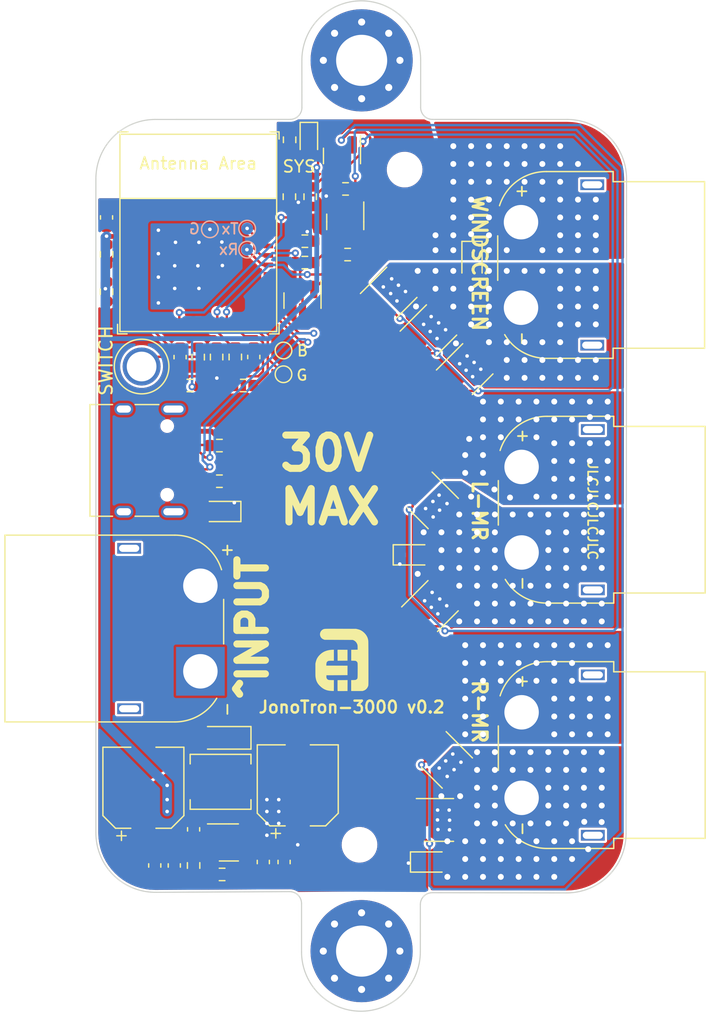
<source format=kicad_pcb>
(kicad_pcb (version 20221018) (generator pcbnew)
  (title_block (title "JonoTron-3000") (date "2023-10-10") (rev "0.2"))
  (layers (0 "F.Cu" signal) (31 "B.Cu" signal) (34 "B.Paste" user) (35 "F.Paste" user) (36 "B.SilkS" user "B.Silkscreen") (37 "F.SilkS" user "F.Silkscreen") (38 "B.Mask" user) (39 "F.Mask" user) (44 "Edge.Cuts" user))
  (net 0 "")
  (net 1 "Net-(U1-BST)")
  (net 2 "Net-(D1-K)")
  (net 3 "Net-(U1-FB)")
  (net 4 "Net-(D2-A)")
  (net 5 "+3.3V")
  (net 6 "GND")
  (net 8 "VIn")
  (net 9 "+12V")
  (net 10 "Net-(U2-EN{slash}CHIP_PU)")
  (net 12 "Net-(U2-GPIO2{slash}ADC1_CH2)")
  (net 19 "Net-(U2-GPIO8)")
  (net 22 "Net-(J6-CC1)")
  (net 29 "SWITCH")
  (net 30 "Net-(Q1-G)")
  (net 31 "Net-(Q2-B)")
  (net 32 "Net-(U2-GPIO9)")
  (net 33 "Net-(D4-A)")
  (net 34 "USBD+")
  (net 35 "USBD-")
  (net 37 "Net-(J6-CC2)")
  (net 39 "USB_VBUS")
  (net 40 "Net-(U2-GPIO21{slash}U0TXD)")
  (net 41 "Net-(U2-GPIO20{slash}U0RXD)")
  (net 42 "Net-(D6-A)")
  (net 43 "Net-(D7-A)")
  (net 44 "Net-(Q4-B)")
  (net 45 "Net-(Q4-C)")
  (net 46 "Net-(Q7-B)")
  (net 47 "Net-(Q7-C)")
  (net 48 "MOSFET_WS")
  (net 49 "MOSFET_LMR")
  (net 50 "MOSFET_RMR")
  (footprint "Resistor_SMD:R_0603_1608Metric" (layer "F.Cu") (at 128.801472 91.2 180)
    (fp_text reference "R13" hide)
    (fp_text value "5.1k")
  )
  (footprint "Resistor_SMD:R_0603_1608Metric" (layer "F.Cu") (at 130.141404 83.744732 90)
    (fp_text reference "R19" hide)
    (fp_text value "13k")
  )
  (footprint "Capacitor_SMD:C_0603_1608Metric" (layer "F.Cu") (at 131.696697 83.745673 90)
    (fp_text reference "C9" hide)
    (fp_text value "100nF")
  )
  (footprint "Package_SON:VSON-8_3.3x3.3mm_P0.65mm_NexFET" (layer "F.Cu") (at 143.294105 78.330572 45)
    (fp_text reference "Q10" hide)
    (fp_text value "CSD19537Q3")
  )
  (footprint "Resistor_SMD:R_0603_1608Metric" (layer "F.Cu") (at 136.446956 70.255487 90)
    (fp_text reference "R8" hide)
    (fp_text value "1k")
  )
  (footprint "MountingHole:MountingHole_4.3mm_M4_Pad_Via" (layer "F.Cu") (at 140.775 133.75)
    (fp_text reference "H4" hide)
    (fp_text value "MountingHole")
  )
  (footprint "Capacitor_SMD:C_0603_1608Metric" (layer "F.Cu") (at 123.356798 126.541429 -90)
    (fp_text reference "C7" hide)
    (fp_text value "100nF")
  )
  (footprint "MountingHole:MountingHole_2.5mm" (layer "F.Cu") (at 144.4 67.975)
    (fp_text reference "H1" hide)
    (fp_text value "MountingHole")
  )
  (footprint "MountingHole:MountingHole_2.5mm" (layer "F.Cu") (at 140.6 124.8)
    (fp_text reference "H2" hide)
    (fp_text value "MountingHole")
  )
  (footprint "Resistor_SMD:R_0603_1608Metric" (layer "F.Cu") (at 139.6 75.125 180)
    (fp_text reference "R15" hide)
    (fp_text value "1k")
  )
  (footprint "LED_SMD:LED_0603_1608Metric" (layer "F.Cu") (at 136.336667 65.484646 -90)
    (fp_text reference "D2" hide)
    (fp_text value "LED_Small")
  )
  (footprint "Resistor_SMD:R_0603_1608Metric" (layer "F.Cu") (at 126.62931 126.542907 -90)
    (fp_text reference "R1" hide)
    (fp_text value "13k")
  )
  (footprint "Connector_USB:USB_C_Receptacle_HRO_TYPE-C-31-M-12" (layer "F.Cu") (at 121.801472 92.45 -90)
    (fp_text reference "J6" hide)
    (fp_text value "USB_C_Receptacle_USB2.0")
  )
  (footprint "Resistor_SMD:R_0603_1608Metric" (layer "F.Cu") (at 134.696956 70.255487 90)
    (fp_text reference "R9" hide)
    (fp_text value "13k")
  )
  (footprint "Package_SON:VSON-8_3.3x3.3mm_P0.65mm_NexFET" (layer "F.Cu") (at 147.29 122.71)
    (fp_text reference "Q6" hide)
    (fp_text value "CSD19537Q3")
  )
  (footprint "Resistor_SMD:R_0603_1608Metric" (layer "F.Cu") (at 128.566093 83.75 90)
    (fp_text reference "R7" hide)
    (fp_text value "13k")
  )
  (footprint "Capacitor_SMD:CP_Elec_6.3x5.4" (layer "F.Cu") (at 122.4 120 90)
    (fp_text reference "C5" hide)
    (fp_text value "22uF")
  )
  (footprint "Capacitor_SMD:CP_Elec_6.3x7.7" (layer "F.Cu") (at 135.4 119.8 90)
    (fp_text reference "C1" hide)
    (fp_text value "220uF")
  )
  (footprint "MountingHole:MountingHole_4.3mm_M4_Pad_Via" (layer "F.Cu") (at 140.780419 58.780419)
    (fp_text reference "H3" hide)
    (fp_text value "MountingHole")
  )
  (footprint "Resistor_SMD:R_0603_1608Metric" (layer "F.Cu") (at 130.816093 86.144636)
    (fp_text reference "R12" hide)
    (fp_text value "13k")
  )
  (footprint "TestPoint:TestPoint_Loop_D3.80mm_Drill2.5mm" (layer "F.Cu") (at 122.25 84.547568)
    (fp_text reference "TP3" hide)
    (fp_text value "TestPoint")
  )
  (footprint "Capacitor_SMD:C_0603_1608Metric" (layer "F.Cu") (at 119.296494 72 90)
    (fp_text reference "C8" hide)
    (fp_text value "100nF")
  )
  (footprint "Resistor_SMD:R_0603_1608Metric" (layer "F.Cu") (at 136 75.8)
    (fp_text reference "R17" hide)
    (fp_text value "1k")
  )
  (footprint "Diode_SMD:Nexperia_CFP3_SOD-123W" (layer "F.Cu") (at 129.2 115.8 180)
    (fp_text reference "D1" hide)
    (fp_text value "PMEG6020ER")
  )
  (footprint "Package_SON:VSON-8_3.3x3.3mm_P0.65mm_NexFET" (layer "F.Cu") (at 146.769428 104.705895 45)
    (fp_text reference "Q9" hide)
    (fp_text value "CSD19537Q3")
  )
  (footprint "Resistor_SMD:R_0603_1608Metric" (layer "F.Cu") (at 134.714543 65.464242 90)
    (fp_text reference "R3" hide)
    (fp_text value "2.2k")
  )
  (footprint "Package_SON:VSON-8_3.3x3.3mm_P0.65mm_NexFET" (layer "F.Cu") (at 149.694975 84.767696 45)
    (fp_text reference "Q3" hide)
    (fp_text value "CSD19537Q3")
  )
  (footprint "Package_SON:VSON-8_3.3x3.3mm_P0.65mm_NexFET" (layer "F.Cu") (at 146.784889 96.051579 -45)
    (fp_text reference "Q8" hide)
    (fp_text value "CSD19537Q3")
  )
  (footprint "Capacitor_SMD:C_0603_1608Metric" (layer "F.Cu") (at 132.5 126.25 -90)
    (fp_text reference "C3" hide)
    (fp_text value "100nF")
  )
  (footprint "Resistor_SMD:R_0603_1608Metric" (layer "F.Cu") (at 119.297661 78.25 -90)
    (fp_text reference "R5" hide)
    (fp_text value "13k")
  )
  (footprint "Resistor_SMD:R_0603_1608Metric" (layer "F.Cu") (at 126.316093 86.144636 180)
    (fp_text reference "R11" hide)
    (fp_text value "13k")
  )
  (footprint "Acea:AMASS_XT60PW-F_1x02_P7.20mm_Horizontal" (layer "F.Cu") (at 154.25 100.2 -90)
    (fp_text reference "J1" hide)
    (fp_text value "Conn_01x02_Pin")
  )
  (footprint "Package_TO_SOT_SMD:SOT-23" (layer "F.Cu") (at 135.8 79 -90)
    (fp_text reference "Q4" hide)
    (fp_text value "MMBT3904")
  )
  (footprint "Acea:AMASS_XT60PW-F_1x02_P7.20mm_Horizontal" (layer "F.Cu") (at 154.2 79.6 -90)
    (fp_text reference "J3" hide)
    (fp_text value "Conn_01x02_Pin")
  )
  (footprint "Diode_SMD:D_SOD-323" (layer "F.Cu") (at 150.073377 75.625128 -90)
    (fp_text reference "D4" hide)
    (fp_text value "1N5819WS")
  )
  (footprint "Espressif:ESP32-C3-MINI-1" (layer "F.Cu") (at 127.025 73.3)
    (fp_text reference "U2" hide)
    (fp_text value "ESP32-C3-MINI-1")
  )
  (footprint "Resistor_SMD:R_0603_1608Metric" (layer "F.Cu") (at 129.029309 127.296956)
    (fp_text reference "R2" hide)
    (fp_text value "4.3k")
  )
  (footprint "Capacitor_SMD:C_0603_1608Metric" (layer "F.Cu") (at 125.491704 83.756033 -90)
    (fp_text reference "C10" hide)
    (fp_text value "100nF")
  )
  (footprint "Capacitor_SMD:C_0603_1608Metric" (layer "F.Cu") (at 126.62931 123.5 90)
    (fp_text reference "C4" hide)
    (fp_text value "100nF")
  )
  (footprint "Acea:AMASS_XT60PW-F_1x02_P7.20mm_Horizontal" (layer "F.Cu") (at 154.25 120.85 -90)
    (fp_text reference "J2" hide)
    (fp_text value "Conn_01x02_Pin")
  )
  (footprint "Package_TO_SOT_SMD:SOT-23" (layer "F.Cu") (at 139.125 66.825 -90)
    (fp_text reference "Q2" hide)
    (fp_text value "MMBT3904")
  )
  (footprint "Package_TO_SOT_SMD:SOT-23-6" (layer "F.Cu") (at 129.600039 124.604591)
    (fp_text reference "U1" hide)
    (fp_text value "AOZ1280CI")
  )
  (footprint "Diode_SMD:D_SOD-323" (layer "F.Cu") (at 146.5 126.25)
    (fp_text reference "D6" hide)
    (fp_text value "1N5819WS")
  )
  (footprint "Package_SON:VSON-8_3.3x3.3mm_P0.65mm_NexFET" (layer "F.Cu") (at 147.969428 117.894105 -45)
    (fp_text reference "Q5" hide)
    (fp_text value "CSD19537Q3")
  )
  (footprint "Capacitor_SMD:C_0603_1608Metric" (layer "F.Cu") (at 125.004021 126.541429 -90)
    (fp_text reference "C6" hide)
    (fp_text value "10uF")
  )
  (footprint "Acea:ae_5mm" (layer "F.Cu") (at 139.1 109.3)
    (fp_text reference "G***" hide)
    (fp_text value "LOGO" hide)
  )
  (footprint "Diode_SMD:D_SOD-323" (layer "F.Cu") (at 129 96.75 180)
    (fp_text reference "D5" hide)
    (fp_text value "1N5819WS")
  )
  (footprint "Package_TO_SOT_SMD:SOT-23" (layer "F.Cu") (at 139.4 72.375 -90)
    (fp_text reference "Q7" hide)
    (fp_text value "MMBT3904")
  )
  (footprint "Inductor_SMD:L_Chilisin_BMRA00040415" (layer "F.Cu") (at 128.9 119.5 180)
    (fp_text reference "L1" hide)
    (fp_text value "10uH")
  )
  (footprint "Diode_SMD:D_SOD-323" (layer "F.Cu") (at 145.05 100.4)
    (fp_text reference "D7" hide)
    (fp_text value "1N5819WS")
  )
  (footprint "Capacitor_SMD:C_0603_1608Metric" (layer "F.Cu") (at 134.25 126.25 -90)
    (fp_text reference "C2" hide)
    (fp_text value "10uF")
  )
  (footprint "TestPoint:TestPoint_Pad_D1.0mm" (layer "F.Cu") (at 134.2 85.2 90)
    (fp_text reference "TP1" hide)
    (fp_text value "TestPoint")
  )
  (footprint "TestPoint:TestPoint_Pad_D1.0mm" (layer "F.Cu") (at 134.2 83.2 -90)
    (fp_text reference "TP2" hide)
    (fp_text value "TestPoint")
  )
  (footprint "Resistor_SMD:R_0603_1608Metric" (layer "F.Cu") (at 119.302795 75.110239 -90)
    (fp_text reference "R10" hide)
    (fp_text value "13k")
  )
  (footprint "Resistor_SMD:R_0603_1608Metric" (layer "F.Cu") (at 127.013939 83.757685 90)
    (fp_text reference "R4" hide)
    (fp_text value "2.2k")
  )
  (footprint "Resistor_SMD:R_0603_1608Metric" (layer "F.Cu") (at 128.801472 94.2 180)
    (fp_text reference "R14" hide)
    (fp_text value "5.1k")
  )
  (footprint "Resistor_SMD:R_0603_1608Metric" (layer "F.Cu") (at 136 74 180)
    (fp_text reference "R16" hide)
    (fp_text value "13k")
  )
  (footprint "Resistor_SMD:R_0603_1608Metric" (layer "F.Cu") (at 139.425 69.6)
    (fp_text reference "R18" hide)
    (fp_text value "13k")
  )
  (footprint "Acea:AMASS_XT60PW-M_1x02_P7.20mm_Horizontal" (layer "F.Cu") (at 127.2 110.2 90)
    (fp_text reference "J4" hide)
    (fp_text value "Conn_01x02_Pin")
  )
  (footprint "Package_SON:VSON-8_3.3x3.3mm_P0.65mm_NexFET" (layer "F.Cu") (at 146.640577 81.499479 45)
    (fp_text reference "Q1" hide)
    (fp_text value "CSD19537Q3")
  )
  (footprint "TestPoint:TestPoint_Pad_D1.0mm" (layer "B.Cu") (at 131.141379 74.710041 180)
    (fp_text reference "TP5" hide)
    (fp_text value "TestPoint")
  )
  (footprint "TestPoint:TestPoint_Pad_D1.0mm" (layer "B.Cu") (at 131.139328 72.944381 180)
    (fp_text reference "TP4" hide)
    (fp_text value "TestPoint")
  )
  (footprint "TestPoint:TestPoint_Pad_D1.0mm" (layer "B.Cu") (at 128 73 180)
    (fp_text reference "TP6" hide)
    (fp_text value "TestPoint")
  )
  (gr_line (start 135.746679 58.748957) (end 135.75 62.75) (stroke (width 0.1)) (layer "Edge.Cuts"))
  (gr_arc (start 163.05 123.85) (mid 161.585505 127.385505) (end 158.05 128.85) (stroke (width 0.1)) (layer "Edge.Cuts"))
  (gr_line (start 158.088353 63.753731) (end 146.75 63.75) (stroke (width 0.1)) (layer "Edge.Cuts"))
  (gr_arc (start 118.4 68.753731) (mid 119.864466 65.218197) (end 123.4 63.753731) (stroke (width 0.1)) (layer "Edge.Cuts"))
  (gr_arc (start 135.75 62.75) (mid 135.457107 63.457107) (end 134.75 63.75) (stroke (width 0.1)) (layer "Edge.Cuts"))
  (gr_line (start 123.4 63.753731) (end 134.75 63.75) (stroke (width 0.1)) (layer "Edge.Cuts"))
  (gr_arc (start 134.718579 128.743715) (mid 135.425686 129.036608) (end 135.718579 129.743715) (stroke (width 0.1)) (layer "Edge.Cuts"))
  (gr_line (start 145.75041 58.751867) (end 145.75 62.75) (stroke (width 0.1)) (layer "Edge.Cuts"))
  (gr_line (start 118.4 68.753731) (end 118.4 123.8) (stroke (width 0.1)) (layer "Edge.Cuts"))
  (gr_line (start 163.088353 68.753731) (end 163.05 123.85) (stroke (width 0.1)) (layer "Edge.Cuts"))
  (gr_line (start 146.723976 128.833623) (end 158.05 128.85) (stroke (width 0.1)) (layer "Edge.Cuts"))
  (gr_arc (start 135.746679 58.748957) (mid 140.75 53.75) (end 145.75041 58.751867) (stroke (width 0.1)) (layer "Edge.Cuts"))
  (gr_line (start 135.718767 133.826864) (end 135.718579 129.743715) (stroke (width 0.1)) (layer "Edge.Cuts"))
  (gr_line (start 145.722499 133.829774) (end 145.723976 129.833623) (stroke (width 0.1)) (layer "Edge.Cuts"))
  (gr_arc (start 146.75 63.75) (mid 146.042893 63.457107) (end 145.75 62.75) (stroke (width 0.1)) (layer "Edge.Cuts"))
  (gr_arc (start 123.4 128.8) (mid 119.864466 127.335534) (end 118.4 123.8) (stroke (width 0.1)) (layer "Edge.Cuts"))
  (gr_arc (start 145.723976 129.833623) (mid 146.016869 129.126516) (end 146.723976 128.833623) (stroke (width 0.1)) (layer "Edge.Cuts"))
  (gr_arc (start 145.722499 133.829774) (mid 140.719177 138.828732) (end 135.718767 133.826864) (stroke (width 0.1)) (layer "Edge.Cuts"))
  (gr_arc (start 158.088353 63.753731) (mid 161.623887 65.218197) (end 163.088353 68.753731) (stroke (width 0.1)) (layer "Edge.Cuts"))
  (gr_line (start 123.4 128.8) (end 134.718579 128.743715) (stroke (width 0.1)) (layer "Edge.Cuts"))
  (gr_text "Tx" (at 130.5 73.486969) (layer "B.SilkS") (effects (font (size 0.9 0.9) (thickness 0.15) bold) (justify left bottom mirror)))
  (gr_text "Rx" (at 130.5 75.221642) (layer "B.SilkS") (effects (font (size 0.9 0.9) (thickness 0.15) bold) (justify left bottom mirror)))
  (gr_text "G" (at 127.25 73.486969) (layer "B.SilkS") (effects (font (size 0.9 0.9) (thickness 0.15) bold) (justify left bottom mirror)))
  (gr_text "WINDSCREEN" (at 150 70 270) (layer "F.SilkS") (effects (font (size 1.2 1.2) (thickness 0.25) bold) (justify left bottom)))
  (gr_text "JLCJLCJLCJLC" (at 159.75 92.5 270) (layer "F.SilkS") (effects (font (size 0.8 0.8) (thickness 0.15) bold) (justify left bottom)))
  (gr_text "JonoTron-3000 v0.2" (at 132 113.8) (layer "F.SilkS") (effects (font (size 1 1) (thickness 0.2) bold) (justify left bottom)))
  (gr_text "SYS" (at 134.034122 68.29484) (layer "F.SilkS") (effects (font (size 1 1)) (justify left bottom)))
  (gr_text "B" (at 135.25 83.75) (layer "F.SilkS") (effects (font (size 0.9 0.9) (thickness 0.15) bold) (justify left bottom)))
  (gr_text "L-MR" (at 150 94 270) (layer "F.SilkS") (effects (font (size 1.2 1.2) (thickness 0.25) bold) (justify left bottom)))
  (gr_text "30V \nMAX" (at 133.6 98) (layer "F.SilkS") (effects (font (size 2.8 2.8) (thickness 0.6) bold) (justify left bottom)))
  (gr_text "^INPUT" (at 133 112.75 90) (layer "F.SilkS") (effects (font (size 2.4 2.4) (thickness 0.6) bold) (justify left bottom)))
  (gr_text "SWITCH" (at 119.886002 87.120192 90) (layer "F.SilkS") (effects (font (size 1.1 1.1) (thickness 0.165)) (justify left bottom)))
  (gr_text "R-MR" (at 150 110.8 270) (layer "F.SilkS") (effects (font (size 1.2 1.2) (thickness 0.25) bold) (justify left bottom)))
  (gr_text "G" (at 135.2 85.8) (layer "F.SilkS") (effects (font (size 0.9 0.9) (thickness 0.15) bold) (justify left bottom)))
  (segment (start 126.7 124.275002) (end 126.974999 124.275) (width 0.6) (layer "F.Cu") (net 1))
  (segment (start 126.974999 124.275) (end 127.59541 123.654591) (width 0.6) (layer "F.Cu") (net 1))
  (segment (start 127.59541 123.654591) (end 128.462536 123.654591) (width 0.6) (layer "F.Cu") (net 1))
  (segment (start 128.15 127.325001) (end 128.175 127.300001) (width 0.6) (layer "F.Cu") (net 3))
  (segment (start 126.699999 127.325001) (end 128.15 127.325001) (width 0.6) (layer "F.Cu") (net 3))
  (segment (start 128.175 127.300001) (end 128.175 125.875001) (width 0.6) (layer "F.Cu") (net 3))
  (segment (start 128.175 125.875001) (end 128.500001 125.55) (width 0.6) (layer "F.Cu") (net 3))
  (segment (start 136.319571 66.289242) (end 136.336667 66.272146) (width 0.2) (layer "F.Cu") (net 4))
  (segment (start 134.714543 66.289242) (end 136.319571 66.289242) (width 0.2) (layer "F.Cu") (net 4))
  (segment (start 137.111667 65.838523) (end 136.80779 65.534646) (width 0.2) (layer "F.Cu") (net 5))
  (segment (start 126.62931 125.717907) (end 126.642602 125.717907) (width 0.6) (layer "F.Cu") (net 5))
  (segment (start 127.141093 86.144636) (end 126.605364 86.144636) (width 0.2) (layer "F.Cu") (net 5))
  (segment (start 119.4 73.6) (end 121.125 73.6) (width 0.4) (layer "F.Cu") (net 5))
  (segment (start 126.5 86.25) (end 126.771519 86.521519) (width 0.2) (layer "F.Cu") (net 5))
  (segment (start 137 67.8) (end 137.111667 67.688333) (width 0.2) (layer "F.Cu") (net 5))
  (segment (start 135.609947 65.534646) (end 134.714543 64.639242) (width 0.2) (layer "F.Cu") (net 5))
  (segment (start 119.296494 74.278938) (end 119.296494 72.775) (width 0.4) (layer "F.Cu") (net 5))
  (segment (start 137.111667 67.688333) (end 137.111667 65.838523) (width 0.2) (layer "F.Cu") (net 5))
  (segment (start 136.80779 65.534646) (end 135.609947 65.534646) (width 0.2) (layer "F.Cu") (net 5))
  (segment (start 126.670406 125.674999) (end 126.7 125.675001) (width 0.5) (layer "F.Cu") (net 5))
  (segment (start 119.302795 74.285239) (end 119.296494 74.278938) (width 0.4) (layer "F.Cu") (net 5))
  (segment (start 126.771519 86.521519) (end 129.61421 86.521519) (width 0.2) (layer "F.Cu") (net 5))
  (segment (start 129.61421 86.521519) (end 129.991093 86.144636) (width 0.2) (layer "F.Cu") (net 5))
  (segment (start 119.204794 77.525431) (end 119.204794 78.00277) (width 0.8) (layer "F.Cu") (net 5))
  (segment (start 126.605364 86.144636) (end 126.5 86.25) (width 0.2) (layer "F.Cu") (net 5))
  (via (at 137 67.8) (size 0.6) (drill 0.3) (layers "F.Cu" "B.Cu") (net 5))
  (via (at 124.4 119.8) (size 0.6) (drill 0.3) (layers "F.Cu" "B.Cu") (net 5))
  (via (at 119.3 73.575) (size 0.6) (drill 0.3) (layers "F.Cu" "B.Cu") (net 5))
  (via (at 126.5 86.25) (size 0.6) (drill 0.3) (layers "F.Cu" "B.Cu") (net 5))
  (via (at 124.4 122) (size 0.6) (drill 0.3) (layers "F.Cu" "B.Cu") (net 5))
  (via (at 119.2 78) (size 0.6) (drill 0.3) (layers "F.Cu" "B.Cu") (net 5))
  (via (at 124.4 121) (size 0.6) (drill 0.3) (layers "F.Cu" "B.Cu") (net 5))
  (segment (start 137 78.2) (end 133 82.2) (width 0.4) (layer "B.Cu") (net 5))
  (segment (start 126.5 82.2) (end 119.2 82.2) (width 0.4) (layer "B.Cu") (net 5))
  (segment (start 124.4 119.8) (end 119.2 114.6) (width 0.8) (layer "B.Cu") (net 5))
  (segment (start 126.5 86.25) (end 126.5 82.2) (width 0.2) (layer "B.Cu") (net 5))
  (segment (start 119.2 82.2) (end 119.2 78) (width 0.8) (layer "B.Cu") (net 5))
  (segment (start 119.2 78) (end 119.2 73.675) (width 0.8) (layer "B.Cu") (net 5))
  (segment (start 124.4 122) (end 124.4 119.8) (width 0.8) (layer "B.Cu") (net 5))
  (segment (start 119.2 114.6) (end 119.2 82.2) (width 0.8) (layer "B.Cu") (net 5))
  (segment (start 137 67.8) (end 137 78.2) (width 0.4) (layer "B.Cu") (net 5))
  (segment (start 119.2 73.675) (end 119.3 73.575) (width 0.8) (layer "B.Cu") (net 5))
  (segment (start 133 82.2) (end 126.5 82.2) (width 0.4) (layer "B.Cu") (net 5))
  (segment (start 129.577466 127.052464) (end 129.825001 127.299999) (width 0.5) (layer "F.Cu") (net 6))
  (segment (start 129.577465 125.075) (end 129.577466 127.052464) (width 0.5) (layer "F.Cu") (net 6))
  (segment (start 128.5 124.600001) (end 129.102465 124.600001) (width 0.5) (layer "F.Cu") (net 6))
  (segment (start 127.025 74.025) (end 127.025 73.975) (width 0.2) (layer "F.Cu") (net 6))
  (segment (start 127.025 73.975) (end 128 73) (width 0.2) (layer "F.Cu") (net 6))
  (segment (start 129.102465 124.600001) (end 129.577465 125.075) (width 0.5) (layer "F.Cu") (net 6))
  (via (at 127.078556 74.094731) (size 0.6) (drill 0.3) (layers "F.Cu" "B.Cu") (net 6))
  (via (at 125.037885 76.068859) (size 0.6) (drill 0.3) (layers "F.Cu" "B.Cu") (net 6))
  (via (at 125.037885 77.976443) (size 0.6) (drill 0.3) (layers "F.Cu" "B.Cu") (net 6))
  (via (at 123.66265 79.19641) (size 0.6) (drill 0.3) (layers "F.Cu" "B.Cu") (net 6))
  (via (at 128 73) (size 0.6) (drill 0.3) (layers "F.Cu" "B.Cu") (net 6))
  (via (at 126.989832 76.068859) (size 0.6) (drill 0.3) (layers "F.Cu" "B.Cu") (net 6))
  (via (at 123.66265 77.022651) (size 0.6) (drill 0.3) (layers "F.Cu" "B.Cu") (net 6))
  (via (at 125.104429 74.094731) (size 0.6) (drill 0.3) (layers "F.Cu" "B.Cu") (net 6))
  (via (at 127.078556 77.976443) (size 0.6) (drill 0.3) (layers "F.Cu" "B.Cu") (net 6))
  (via (at 123.66265 75.048523) (size 0.6) (drill 0.3) (layers "F.Cu" "B.Cu") (net 6))
  (via (at 123.66265 73.074395) (size 0.6) (drill 0.3) (layers "F.Cu" "B.Cu") (net 6))
  (via (at 129.052684 76.046678) (size 0.6) (drill 0.3) (layers "F.Cu" "B.Cu") (net 6))
  (via (at 129.008322 74.07255) (size 0.6) (drill 0.3) (layers "F.Cu" "B.Cu") (net 6))
  (segment (start 123.025 81.3) (end 124.65 82.925) (width 0.2) (layer "F.Cu") (net 8))
  (segment (start 123.025 80.9) (end 123.025 81.3) (width 0.2) (layer "F.Cu") (net 8))
  (segment (start 123.025 80.9) (end 123.025 81.2) (width 0.2) (layer "F.Cu") (net 8))
  (segment (start 124.65 82.925) (end 128.566093 82.925) (width 0.2) (layer "F.Cu") (net 8))
  (segment (start 128.389667 82.741722) (end 128.556932 82.908987) (width 0.2) (layer "F.Cu") (net 8))
  (segment (start 131.696697 84.520673) (end 130.190463 84.520673) (width 0.2) (layer "F.Cu") (net 9))
  (segment (start 130.190463 84.520673) (end 130.141404 84.569732) (width 0.2) (layer "F.Cu") (net 9))
  (segment (start 138.375 69.500552) (end 138.474448 69.6) (width 0.2) (layer "F.Cu") (net 9))
  (segment (start 135.45 70.729987) (end 135.0995 71.080487) (width 0.2) (layer "F.Cu") (net 9))
  (segment (start 144 100.4) (end 144 101.17006) (width 0.2) (layer "F.Cu") (net 9))
  (segment (start 137.8 70.2) (end 138.4 69.6) (width 0.2) (layer "F.Cu") (net 9))
  (segment (start 144 101.17006) (end 143.994579 101.175481) (width 0.2) (layer "F.Cu") (net 9))
  (segment (start 130.141404 84.569732) (end 128.571361 84.569732) (width 0.2) (layer "F.Cu") (net 9))
  (segment (start 128.571361 84.569732) (end 128.566093 84.575) (width 0.2) (layer "F.Cu") (net 9))
  (segment (start 145.357402 126.342597) (end 145.449999 126.25) (width 0.2) (layer "F.Cu") (net 9))
  (segment (start 130.057937 96.00623) (end 130.05 96.014167) (width 0.4) (layer "F.Cu") (net 9))
  (segment (start 138.4 69.6) (end 138.6 69.6) (width 0.2) (layer "F.Cu") (net 9))
  (segment (start 136.825 73.825) (end 136.2 73.2) (width 0.2) (layer "F.Cu") (net 9))
  (segment (start 144.722338 126.342597) (end 145.357402 126.342597) (width 0.2) (layer "F.Cu") (net 9))
  (segment (start 131.688863 84.528507) (end 131.696697 84.520673) (width 0.2) (layer "F.Cu") (net 9))
  (segment (start 128.566093 84.575) (end 128.566093 85.502257) (width 0.2) (layer "F.Cu") (net 9))
  (segment (start 136.825 74) (end 136.825 73.825) (width 0.2) (layer "F.Cu") (net 9))
  (segment (start 138.474448 69.6) (end 138.6 69.6) (width 0.2) (layer "F.Cu") (net 9))
  (segment (start 135.0995 71.080487) (end 134.696956 71.080487) (width 0.2) (layer "F.Cu") (net 9))
  (segment (start 130.05 96.014167) (end 130.05 96.780042) (width 0.4) (layer "F.Cu") (net 9))
  (via (at 153.274623 95.575714) (size 0.8) (drill 0.5) (layers "F.Cu" "B.Cu") (net 9))
  (via (at 152.5 90.5) (size 0.8) (drill 0.5) (layers "F.Cu" "B.Cu") (net 9))
  (via (at 151.960376 94.895931) (size 0.8) (drill 0.5) (layers "F.Cu" "B.Cu") (net 9))
  (via (at 154.5 69) (size 0.8) (drill 0.5) (layers "F.Cu" "B.Cu") (net 9))
  (via (at 151 111) (size 0.8) (drill 0.5) (layers "F.Cu" "B.Cu") (net 9))
  (via (at 158.5 91) (size 0.8) (drill 0.5) (layers "F.Cu" "B.Cu") (net 9))
  (via (at 151 114) (size 0.8) (drill 0.5) (layers "F.Cu" "B.Cu") (net 9))
  (via (at 149.5 111) (size 0.8) (drill 0.5) (layers "F.Cu" "B.Cu") (net 9))
  (via (at 158.5 114) (size 0.8) (drill 0.5) (layers "F.Cu" "B.Cu") (net 9))
  (via (at 147 74.756285) (size 0.8) (drill 0.5) (layers "F.Cu" "B.Cu") (net 9))
  (via (at 157 109.5) (size 0.8) (drill 0.5) (layers "F.Cu" "B.Cu") (net 9))
  (via (at 157 91) (size 0.8) (drill 0.5) (layers "F.Cu" "B.Cu") (net 9))
  (via (at 154 108) (size 0.8) (drill 0.5) (layers "F.Cu" "B.Cu") (net 9))
  (via (at 159 74.756285) (size 0.8) (drill 0.5) (layers "F.Cu" "B.Cu") (net 9))
  (via (at 151 93.5) (size 0.8) (drill 0.5) (layers "F.Cu" "B.Cu") (net 9))
  (via (at 157 94) (size 0.8) (drill 0.5) (layers "F.Cu" "B.Cu") (net 9))
  (via (at 151.5 66) (size 0.8) (drill 0.5) (layers "F.Cu" "B.Cu") (net 9))
  (via (at 137.8 70.2) (size 0.6) (drill 0.3) (layers "F.Cu" "B.Cu") (net 9))
  (via (at 161.5 108) (size 0.8) (drill 0.5) (layers "F.Cu" "B.Cu") (net 9))
  (via (at 151.5 70.5) (size 0.8) (drill 0.5) (layers "F.Cu" "B.Cu") (net 9))
  (via (at 156 74.756285) (size 0.8) (drill 0.5) (layers "F.Cu" "B.Cu") (net 9))
  (via (at 160 95.5) (size 0.8) (drill 0.5) (layers "F.Cu" "B.Cu") (net 9))
  (via (at 158.5 89) (size 0.8) (drill 0.5) (layers "F.Cu" "B.Cu") (net 9))
  (via (at 159 72) (size 0.8) (drill 0.5) (layers "F.Cu" "B.Cu") (net 9))
  (via (at 149.5 114) (size 0.8) (drill 0.5) (layers "F.Cu" "B.Cu") (net 9))
  (via (at 151 87.5) (size 0.8) (drill 0.5) (layers "F.Cu" "B.Cu") (net 9))
  (via (at 152.5 87.5) (size 0.8) (drill 0.5) (layers "F.Cu" "B.Cu") (net 9))
  (via (at 157 89) (size 0.8) (drill 0.5) (layers "F.Cu" "B.Cu") (net 9))
  (via (at 133.8 122) (size 0.6) (drill 0.3) (layers "F.Cu" "B.Cu") (net 9))
  (via (at 157 108) (size 0.8) (drill 0.5) (layers "F.Cu" "B.Cu") (net 9))
  (via (at 155.5 108) (size 0.8) (drill 0.5) (layers "F.Cu" "B.Cu") (net 9))
  (via (at 158.5 112.5) (size 0.8) (drill 0.5) (layers "F.Cu" "B.Cu") (net 9))
  (via (at 159 73.5) (size 0.8) (drill 0.5) (layers "F.Cu" "B.Cu") (net 9))
  (via (at 149.836702 90.642196) (size 0.8) (drill 0.5) (layers "F.Cu" "B.Cu") (net 9))
  (via (at 151 115.5) (size 0.8) (drill 0.5) (layers "F.Cu" "B.Cu") (net 9))
  (via (at 157.5 72) (size 0.8) (drill 0.5) (layers "F.Cu" "B.Cu") (net 9))
  (via (at 160 88.8) (size 0.8) (drill 0.5) (layers "F.Cu" "B.Cu") (net 9))
  (via (at 155.5 95.5) (size 0.8) (drill 0.5) (layers "F.Cu" "B.Cu") (net 9))
  (via (at 150 73.4) (size 0.8) (drill 0.5) (layers "F.Cu" "B.Cu") (net 9))
  (via (at 157.5 69) (size 0.8) (drill 0.5) (layers "F.Cu" "B.Cu") (net 9))
  (via (at 161.5 94) (size 0.8) (drill 0.5) (layers "F.Cu" "B.Cu") (net 9))
  (via (at 160.5 72) (size 0.8) (drill 0.5) (layers "F.Cu" "B.Cu") (net 9))
  (via (at 149.5 93.5) (size 0.8) (drill 0.5) (layers "F.Cu" "B.Cu") (net 9))
  (via (at 157.5 73.5) (size 0.8) (drill 0.5) (layers "F.Cu" "B.Cu") (net 9))
  (via (at 136.2 73.2) (size 0.6) (drill 0.3) (layers "F.Cu" "B.Cu") (net 9))
  (via (at 161.5 87.5) (size 0.8) (drill 0.5) (layers "F.Cu" "B.Cu") (net 9))
  (via (at 160.5 70.5) (size 0.8) (drill 0.5) (layers "F.Cu" "B.Cu") (net 9))
  (via (at 154.5 67.5) (size 0.8) (drill 0.5) (layers "F.Cu" "B.Cu") (net 9))
  (via (at 150 72) (size 0.8) (drill 0.5) (layers "F.Cu" "B.Cu") (net 9))
  (via (at 151.5 72) (size 0.8) (drill 0.5) (layers "F.Cu" "B.Cu") (net 9))
  (via (at 132.8 123) (size 0.6) (drill 0.3) (layers "F.Cu" "B.Cu") (net 9))
  (via (at 154 109.5) (size 0.8) (drill 0.5) (layers "F.Cu" "B.Cu") (net 9))
  (via (at 160 108) (size 0.8) (drill 0.5) (layers "F.Cu" "B.Cu") (net 9))
  (via (at 157 112.5) (size 0.8) (drill 0.5) (layers "F.Cu" "B.Cu") (net 9))
  (via (at 157 95.5) (size 0.8) (drill 0.5) (layers "F.Cu" "B.Cu") (net 9))
  (via (at 152.5 89) (size 0.8) (drill 0.5) (layers "F.Cu" "B.Cu") (net 9))
  (via (at 160 115.5) (size 0.8) (drill 0.5) (layers "F.Cu" "B.Cu") (net 9))
  (via (at 156 66) (size 0.8) (drill 0.5) (layers "F.Cu" "B.Cu") (net 9))
  (via (at 133.8 121) (size 0.6) (drill 0.3) (layers "F.Cu" "B.Cu") (net 9))
  (via (at 148.5 73.5) (size 0.8) (drill 0.5) (layers "F.Cu" "B.Cu") (net 9))
  (via (at 157.5 67.5) (size 0.8) (drill 0.5) (layers "F.Cu" "B.Cu") (net 9))
  (via (at 151.5 74.756285) (size 0.8) (drill 0.5) (layers "F.Cu" "B.Cu") (net 9))
  (via (at 158.5 109.5) (size 0.8) (drill 0.5) (layers "F.Cu" "B.Cu") (net 9))
  (via (at 160 112.5) (size 0.8) (drill 0.5) (layers "F.Cu" "B.Cu") (net 9))
  (via (at 148.5 74.756285) (size 0.8) (drill 0.5) (layers "F.Cu" "B.Cu") (net 9))
  (via (at 150 66) (size 0.8) (drill 0.5) (layers "F.Cu" "B.Cu") (net 9))
  (via (at 161.5 91) (size 0.8) (drill 0.5) (layers "F.Cu" "B.Cu") (net 9))
  (via (at 160 87.5) (size 0.8) (drill 0.5) (layers "F.Cu" "B.Cu") (net 9))
  (via (at 157 115.5) (size 0.8) (drill 0.5) (layers "F.Cu" "B.Cu") (net 9))
  (via (at 158.5 87.5) (size 0.8) (drill 0.5) (layers "F.Cu" "B.Cu") (net 9))
  (via (at 157 114) (size 0.8) (drill 0.5) (layers "F.Cu" "B.Cu") (net 9))
  (via (at 135.45 70.729987) (size 0.6) (drill 0.3) (layers "F.Cu" "B.Cu") (net 9))
  (via (at 158.5 92.5) (size 0.8) (drill 0.5) (layers "F.Cu" "B.Cu") (net 9))
  (via (at 157 111) (size 0.8) (drill 0.5) (layers "F.Cu" "B.Cu") (net 9))
  (via (at 149.5 112.5) (size 0.8) (drill 0.5) (layers "F.Cu" "B.Cu") (net 9))
  (via (at 149.5 109.5) (size 0.8) (drill 0.5) (layers "F.Cu" "B.Cu") (net 9))
  (via (at 148.5 66) (size 0.8) (drill 0.5) (layers "F.Cu" "B.Cu") (net 9))
  (via (at 158.5 95.5) (size 0.8) (drill 0.5) (layers "F.Cu" "B.Cu") (net 9))
  (via (at 143.994579 101.175481) (size 0.6) (drill 0.3) (layers "F.Cu" "B.Cu") (net 9))
  (via (at 160.5 74.756285) (size 0.8) (drill 0.5) (layers "F.Cu" "B.Cu") (net 9))
  (via (at 151 92) (size 0.8) (drill 0.5) (layers "F.Cu" "B.Cu") (net 9))
  (via (at 148.5 69) (size 0.8) (drill 0.5) (layers "F.Cu" "B.Cu") (net 9))
  (via (at 157.5 74.756285) (size 0.8) (drill 0.5) (layers "F.Cu" "B.Cu") (net 9))
  (via (at 132.8 121) (size 0.6) (drill 0.3) (layers "F.Cu" "B.Cu") (net 9))
  (via (at 161.5 112.5) (size 0.8) (drill 0.5) (layers "F.Cu" "B.Cu") (net 9))
  (via (at 148.5 72) (size 0.8) (drill 0.5) (layers "F.Cu" "B.Cu") (net 9))
  (via (at 152.5 108) (size 0.8) (drill 0.5) (layers "F.Cu" "B.Cu") (net 9))
  (via (at 155.5 111) (size 0.8) (drill 0.5) (layers "F.Cu" "B.Cu") (net 9))
  (via (at 154 89) (size 0.8) (drill 0.5) (layers "F.Cu" "B.Cu") (net 9))
  (via (at 155.5 90.5) (size 0.8) (drill 0.5) (layers "F.Cu" "B.Cu") (net 9))
  (via (at 132.8 122) (size 0.6) (drill 0.3) (layers "F.Cu" "B.Cu") (net 9))
  (via (at 151.5 73.5) (size 0.8) (drill 0.5) (layers "F.Cu" "B.Cu") (net 9))
  (via (at 158.5 115.5) (size 0.8) (drill 0.5) (layers "F.Cu" "B.Cu") (net 9))
  (via (at 159 67.5) (size 0.8) (drill 0.5) (layers "F.Cu" "B.Cu") (net 9))
  (via (at 155.5 87.5) (size 0.8) (drill 0.5) (layers "F.Cu" "B.Cu") (net 9))
  (via (at 151.5 69) (size 0.8) (drill 0.5) (layers "F.Cu" "B.Cu") (net 9))
  (via (at 151 112.5) (size 0.8) (drill 0.5) (layers "F.Cu" "B.Cu") (net 9))
  (via (at 158.5 111) (size 0.8) (drill 0.5) (layers "F.Cu" "B.Cu") (net 9))
  (via (at 160 114) (size 0.8) (drill 0.5) (layers "F.Cu" "B.Cu") (net 9))
  (via (at 153 74.756285) (size 0.8) (drill 0.5) (layers "F.Cu" "B.Cu") (net 9))
  (via (at 149.5 115.5) (size 0.8) (drill 0.5) (layers "F.Cu" "B.Cu") (net 9))
  (via (at 156 67.5) (size 0.8) (drill 0.5) (layers "F.Cu" "B.Cu") (net 9))
  (via (at 157.5 70.5) (size 0.8) (drill 0.5) (layers "F.Cu" "B.Cu") (net 9))
  (via (at 158.5 94) (size 0.8) (drill 0.5) (layers "F.Cu" "B.Cu") (net 9))
  (via (at 151 90.5) (size 0.8) (drill 0.5) (layers "F.Cu" "B.Cu") (net 9))
  (via (at 157 92.5) (size 0.8) (drill 0.5) (layers "F.Cu" "B.Cu") (net 9))
  (via (at 144.722338 126.342597) (size 0.6) (drill 0.3) (layers "F.Cu" "B.Cu") (net 9))
  (via (at 152.5 111) (size 0.8) (drill 0.5) (layers "F.Cu" "B.Cu") (net 9))
  (via (at 160 91) (size 0.8) (drill 0.5) (layers "F.Cu" "B.Cu") (net 9))
  (via (at 161.5 115.5) (size 0.8) (drill 0.5) (layers "F.Cu" "B.Cu") (net 9))
  (via (at 148.5 67.5) (size 0.8) (drill 0.5) (layers "F.Cu" "B.Cu") (net 9))
  (via (at 153 66) (size 0.8) (drill 0.5) (layers "F.Cu" "B.Cu") (net 9))
  (via (at 153 69) (size 0.8) (drill 0.5) (layers "F.Cu" "B.Cu") (net 9))
  (via (at 154.5 66) (size 0.8) (drill 0.5) (layers "F.Cu" "B.Cu") (net 9))
  (via (at 156 70.5) (size 0.8) (drill 0.5) (layers "F.Cu" "B.Cu") (net 9))
  (via (at 157.5 66) (size 0.8) (drill 0.5) (layers "F.Cu" "B.Cu") (net 9))
  (via (at 160.5 73.5) (size 0.8) (drill 0.5) (layers "F.Cu" "B.Cu") (net 9))
  (via (at 151 108) (size 0.8) (drill 0.5) (layers "F.Cu" "B.Cu") (net 9))
  (via (at 130.057937 96.00623) (size 0.6) (drill 0.3) (layers "F.Cu" "B.Cu") (net 9))
  (via (at 150 70.5) (size 0.8) (drill 0.5) (layers "F.Cu" "B.Cu") (net 9))
  (via (at 158.5 108) (size 0.8) (drill 0.5) (layers "F.Cu" "B.Cu") (net 9))
  (via (at 133.8 123) (size 0.6) (drill 0.3) (layers "F.Cu" "B.Cu") (net 9))
  (via (at 149.5 108) (size 0.8) (drill 0.5) (layers "F.Cu" "B.Cu") (net 9))
  (via (at 161.5 114) (size 0.8) (drill 0.5) (layers "F.Cu" "B.Cu") (net 9))
  (via (at 150 69) (size 0.8) (drill 0.5) (layers "F.Cu" "B.Cu") (net 9))
  (via (at 132.8 124) (size 0.6) (drill 0.3) (layers "F.Cu" "B.Cu") (net 9))
  (via (at 151.5 67.5) (size 0.8) (drill 0.5) (layers "F.Cu" "B.Cu") (net 9))
  (via (at 150 67.5) (size 0.8) (drill 0.5) (layers "F.Cu" "B.Cu") (net 9))
  (via (at 159 70.5) (size 0.8) (drill 0.5) (layers "F.Cu" "B.Cu") (net 9))
  (via (at 161.5 88.8) (size 0.8) (drill 0.5) (layers "F.Cu" "B.Cu") (net 9))
  (via (at 160 92.5) (size 0.8) (drill 0.5) (layers "F.Cu" "B.Cu") (net 9))
  (via (at 135.4 124.8) (size 0.6) (drill 0.3) (layers "F.Cu" "B.Cu") (net 9))
  (via (at 152.5 109.5) (size 0.8) (drill 0.5) (layers "F.Cu" "B.Cu") (net 9))
  (via (at 161.5 92.5) (size 0.8) (drill 0.5) (layers "F.Cu" "B.Cu") (net 9))
  (via (at 151 109.5) (size 0.8) (drill 0.5) (layers "F.Cu" "B.Cu") (net 9))
  (via (at 155.5 89) (size 0.8) (drill 0.5) (layers "F.Cu" "B.Cu") (net 9))
  (via (at 151 89) (size 0.8) (drill 0.5) (layers "F.Cu" "B.Cu") (net 9))
  (via (at 161.5 95.5) (size 0.8) (drill 0.5) (layers "F.Cu" "B.Cu") (net 9))
  (via (at 156 69) (size 0.8) (drill 0.5) (layers "F.Cu" "B.Cu") (net 9))
  (via (at 128.585355 85.521519) (size 0.6) (drill 0.3) (layers "F.Cu" "B.Cu") (net 9))
  (via (at 148.5 70.5) (size 0.8) (drill 0.5) (layers "F.Cu" "B.Cu") (net 9))
  (via (at 155.5 109.5) (size 0.8) (drill 0.5) (layers "F.Cu" "B.Cu") (net 9))
  (via (at 153 67.5) (size 0.8) (drill 0.5) (layers "F.Cu" "B.Cu") (net 9))
  (via (at 149.5 92) (size 0.8) (drill 0.5) (layers "F.Cu" "B.Cu") (net 9))
  (via (at 154 87.5) (size 0.8) (drill 0.5) (layers "F.Cu" "B.Cu") (net 9))
  (via (at 147 73.5) (size 0.8) (drill 0.5) (layers "F.Cu" "B.Cu") (net 9))
  (via (at 157 87.5) (size 0.8) (drill 0.5) (layers "F.Cu" "B.Cu") (net 9))
  (via (at 154 111) (size 0.8) (drill 0.5) (layers "F.Cu" "B.Cu") (net 9))
  (via (at 160 94) (size 0.8) (drill 0.5) (layers "F.Cu" "B.Cu") (net 9))
  (segment (start 120.325 77.8) (end 120.325 78.675) (width 0.4) (layer "F.Cu") (net 10))
  (segment (start 119.925 79.075) (end 119.297661 79.075) (width 0.4) (layer "F.Cu") (net 10))
  (segment (start 121.125 77.6) (end 120.525 77.6) (width 0.4) (layer "F.Cu") (net 10))
  (segment (start 120.325 78.675) (end 119.925 79.075) (width 0.4) (layer "F.Cu") (net 10))
  (segment (start 120.525 77.6) (end 120.325 77.8) (width 0.4) (layer "F.Cu") (net 10))
  (segment (start 120.038034 75.2) (end 119.302795 75.935239) (width 0.4) (layer "F.Cu") (net 12))
  (segment (start 121.125 75.2) (end 120.038034 75.2) (width 0.4) (layer "F.Cu") (net 12))
  (segment (start 127.985355 85.521073) (end 127.833918 85.369636) (width 0.2) (layer "F.Cu") (net 19))
  (segment (start 132.471697 84.963135) (end 132.056698 85.378134) (width 0.2) (layer "F.Cu") (net 19))
  (segment (start 127.833918 85.369636) (end 126.266093 85.369636) (width 0.2) (layer "F.Cu") (net 19))
  (segment (start 128.336826 86.121519) (end 127.985355 85.770048) (width 0.2) (layer "F.Cu") (net 19))
  (segment (start 132.471697 82.528211) (end 132.471697 84.963135) (width 0.2) (layer "F.Cu") (net 19))
  (segment (start 130.225 81.3) (end 130.925 82) (width 0.2) (layer "F.Cu") (net 19))
  (segment (start 127.985355 85.770048) (end 127.985355 85.521073) (width 0.2) (layer "F.Cu") (net 19))
  (segment (start 129.25 85.816093) (end 128.944574 86.121519) (width 0.2) (layer "F.Cu") (net 19))
  (segment (start 130.225 80.9) (end 130.225 81.3) (width 0.2) (layer "F.Cu") (net 19))
  (segment (start 131.943486 82) (end 132.471697 82.528211) (width 0.2) (layer "F.Cu") (net 19))
  (segment (start 129.380364 85.369636) (end 129.25 85.5) (width 0.2) (layer "F.Cu") (net 19))
  (segment (start 126.266093 85.369636) (end 125.491093 86.144636) (width 0.2) (layer "F.Cu") (net 19))
  (segment (start 132.056698 85.378134) (end 132.0482 85.369636) (width 0.2) (layer "F.Cu") (net 19))
  (segment (start 128.944574 86.121519) (end 128.336826 86.121519) (width 0.2) (layer "F.Cu") (net 19))
  (segment (start 130.925 82) (end 131.943486 82) (width 0.2) (layer "F.Cu") (net 19))
  (segment (start 129.25 85.5) (end 129.25 85.816093) (width 0.2) (layer "F.Cu") (net 19))
  (segment (start 132.0482 85.369636) (end 129.380364 85.369636) (width 0.2) (layer "F.Cu") (net 19))
  (segment (start 125.846472 91.200001) (end 125.896473 91.15) (width 0.2) (layer "F.Cu") (net 22))
  (segment (start 127.926472 91.15) (end 127.976472 91.2) (width 0.2) (layer "F.Cu") (net 22))
  (segment (start 125.896473 91.15) (end 127.926472 91.15) (width 0.2) (layer "F.Cu") (net 22))
  (segment (start 131.645756 82.919732) (end 131.696697 82.970673) (width 0.2) (layer "F.Cu") (net 29))
  (segment (start 128.125 81.6) (end 128.6 81.6) (width 0.2) (layer "F.Cu") (net 29))
  (segment (start 127.825 80.9) (end 127.825 81.3) (width 0.2) (layer "F.Cu") (net 29))
  (segment (start 131.679189 82.953165) (end 131.696697 82.970673) (width 0.2) (layer "F.Cu") (net 29))
  (segment (start 129.919732 82.919732) (end 130.141404 82.919732) (width 0.2) (layer "F.Cu") (net 29))
  (segment (start 128.6 81.6) (end 129.919732 82.919732) (width 0.2) (layer "F.Cu") (net 29))
  (segment (start 122.882628 83.731033) (end 129.330103 83.731033) (width 0.2) (layer "F.Cu") (net 29))
  (segment (start 130.141404 82.919732) (end 131.645756 82.919732) (width 0.2) (layer "F.Cu") (net 29))
  (segment (start 129.330103 83.731033) (end 130.141404 82.919732) (width 0.2) (layer "F.Cu") (net 29))
  (segment (start 127.825 81.3) (end 128.125 81.6) (width 0.2) (layer "F.Cu") (net 29))
  (segment (start 122.25 84.850683) (end 123.316535 83.784148) (width 0.2) (layer "F.Cu") (net 29))
  (segment (start 149.490812 86.6) (end 149.362635 86.471823) (width 0.2) (layer "F.Cu") (net 30))
  (segment (start 137.9 69.15955) (end 136.929063 70.130487) (width 0.2) (layer "F.Cu") (net 30))
  (segment (start 137.9 68.9875) (end 137.9 69.15955) (width 0.2) (layer "F.Cu") (net 30))
  (segment (start 150.6 86.6) (end 149.490812 86.6) (width 0.2) (layer "F.Cu") (net 30))
  (segment (start 147.13645 83.431819) (end 146.53645 83.431819) (width 0.2) (layer "F.Cu") (net 30))
  (segment (start 139.573896 67.7625) (end 139.125 67.7625) (width 0.2) (layer "F.Cu") (net 30))
  (segment (start 140.8995 65.6) (end 140.8995 66.436896) (width 0.2) (layer "F.Cu") (net 30))
  (segment (start 135.396956 70.130487) (end 134.696956 69.430487) (width 0.2) (layer "F.Cu") (net 30))
  (segment (start 143.534699 80.034699) (end 144 80.5) (width 0.2) (layer "F.Cu") (net 30))
  (segment (start 142.961765 80.034699) (end 143.534699 80.034699) (width 0.2) (layer "F.Cu") (net 30))
  (segment (start 140.8995 66.436896) (end 139.573896 67.7625) (width 0.2) (layer "F.Cu") (net 30))
  (segment (start 139.15 67.7375) (end 139.125 67.7625) (width 0.2) (layer "F.Cu") (net 30))
  (segment (start 139.125 67.7625) (end 137.9 68.9875) (width 0.2) (layer "F.Cu") (net 30))
  (segment (start 136.929063 70.130487) (end 135.396956 70.130487) (width 0.2) (layer "F.Cu") (net 30))
  (segment (start 146.53645 83.431819) (end 146.308237 83.203606) (width 0.2) (layer "F.Cu") (net 30))
  (via (at 147.13645 83.431819) (size 0.6) (drill 0.3) (layers "F.Cu" "B.Cu") (net 30))
  (via (at 140.8995 65.6) (size 0.6) (drill 0.3) (layers "F.Cu" "B.Cu") (net 30))
  (via (at 150.6 86.6) (size 0.6) (drill 0.3) (layers "F.Cu" "B.Cu") (net 30))
  (via (at 144 80.5) (size 0.6) (drill 0.3) (layers "F.Cu" "B.Cu") (net 30))
  (segment (start 141.4695 65.03) (end 140.8995 65.6) (width 0.2) (layer "B.Cu") (net 30))
  (segment (start 144 80.5) (end 144.26204 80.5) (width 0.2) (layer "B.Cu") (net 30))
  (segment (start 161.925 68.255) (end 158.7 65.03) (width 0.2) (layer "B.Cu") (net 30))
  (segment (start 150.6 86.6) (end 161.6 86.6) (width 0.2) (layer "B.Cu") (net 30))
  (segment (start 144.26204 80.5) (end 147.13645 83.37441) (width 0.2) (layer "B.Cu") (net 30))
  (segment (start 147.13645 83.37441) (end 147.13645 83.431819) (width 0.2) (layer "B.Cu") (net 30))
  (segment (start 161.6 86.6) (end 161.925 86.275) (width 0.2) (layer "B.Cu") (net 30))
  (segment (start 147.33645 83.431819) (end 147.13645 83.431819) (width 0.2) (layer "B.Cu") (net 30))
  (segment (start 161.925 86.275) (end 161.925 68.255) (width 0.2) (layer "B.Cu") (net 30))
  (segment (start 150.304632 86.6) (end 150.6 86.6) (width 0.2) (layer "B.Cu") (net 30))
  (segment (start 147.13645 83.431819) (end 150.304632 86.6) (width 0.2) (layer "B.Cu") (net 30))
  (segment (start 158.7 65.03) (end 141.4695 65.03) (width 0.2) (layer "B.Cu") (net 30))
  (segment (start 140.075 65.8875) (end 139.626104 65.8875) (width 0.2) (layer "F.Cu") (net 31))
  (segment (start 138.525 67.65) (end 136.744513 69.430487) (width 0.2) (layer "F.Cu") (net 31))
  (segment (start 136.744513 69.430487) (end 136.446956 69.430487) (width 0.2) (layer "F.Cu") (net 31))
  (segment (start 138.525 66.988604) (end 138.525 67.65) (width 0.2) (layer "F.Cu") (net 31))
  (segment (start 140.075 65.8875) (end 140.075 65.4375) (width 0.2) (layer "F.Cu") (net 31))
  (segment (start 139.626104 65.8875) (end 138.525 66.988604) (width 0.2) (layer "F.Cu") (net 31))
  (segment (start 140.075 65.4375) (end 139.9 65.2625) (width 0.2) (layer "F.Cu") (net 31))
  (segment (start 132.871697 82.362526) (end 132.871697 83.25) (width 0.2) (layer "F.Cu") (net 32))
  (segment (start 131.325 81.6) (end 132.109172 81.6) (width 0.2) (layer "F.Cu") (net 32))
  (segment (start 131.025 81.3) (end 131.325 81.6) (width 0.2) (layer "F.Cu") (net 32))
  (segment (start 132.871697 85.128821) (end 131.855881 86.144636) (width 0.2) (layer "F.Cu") (net 32))
  (segment (start 132.109172 81.6) (end 132.871697 82.362526) (width 0.2) (layer "F.Cu") (net 32))
  (segment (start 131.025 80.9) (end 131.025 81.3) (width 0.2) (layer "F.Cu") (net 32))
  (segment (start 132.871697 83.25) (end 132.871697 85.128821) (width 0.2) (layer "F.Cu") (net 32))
  (segment (start 131.855881 86.144636) (end 131.641093 86.144636) (width 0.2) (layer "F.Cu") (net 32))
  (segment (start 132.871697 83.871697) (end 132.871697 83.25) (width 0.2) (layer "F.Cu") (net 32))
  (segment (start 134.2 85.2) (end 132.871697 83.871697) (width 0.2) (layer "F.Cu") (net 32))
  (via (at 153 82.5) (size 0.8) (drill 0.5) (layers "F.Cu" "B.Cu") (net 33))
  (via (at 145.3587 79.491322) (size 0.8) (drill 0.5) (layers "F.Cu" "B.Cu") (net 33))
  (via (at 147.129932 82.19068) (size 0.6) (drill 0.3) (layers "F.Cu" "B.Cu") (net 33))
  (via (at 143.879833 77.705046) (size 0.6) (drill 0.3) (layers "F.Cu" "B.Cu") (net 33))
  (via (at 157.5 76.5) (size 0.8) (drill 0.5) (layers "F.Cu" "B.Cu") (net 33))
  (via (at 148.5 79.5) (size 0.8) (drill 0.5) (layers "F.Cu" "B.Cu") (net 33))
  (via (at 156 84) (size 0.8) (drill 0.5) (layers "F.Cu" "B.Cu") (net 33))
  (via (at 154.5 82.5) (size 0.8) (drill 0.5) (layers "F.Cu" "B.Cu") (net 33))
  (via (at 156 85.5) (size 0.8) (drill 0.5) (layers "F.Cu" "B.Cu") (net 33))
  (via (at 148.721623 82.599907) (size 0.8) (drill 0.5) (layers "F.Cu" "B.Cu") (net 33))
  (via (at 154.5 84) (size 0.8) (drill 0.5) (layers "F.Cu" "B.Cu") (net 33))
  (via (at 160.5 84) (size 0.8) (drill 0.5) (layers "F.Cu" "B.Cu") (net 33))
  (via (at 157.5 85.5) (size 0.8) (drill 0.5) (layers "F.Cu" "B.Cu") (net 33))
  (via (at 147.265549 80.874506) (size 0.6) (drill 0.3) (layers "F.Cu" "B.Cu") (net 33))
  (via (at 157.5 82.5) (size 0.8) (drill 0.5) (layers "F.Cu" "B.Cu") (net 33))
  (via (at 143.754358 79.02953) (size 0.6) (drill 0.3) (layers "F.Cu" "B.Cu") (net 33))
  (via (at 148.5 76.5) (size 0.8) (drill 0.5) (layers "F.Cu" "B.Cu") (net 33))
  (via (at 160.5 85.5) (size 0.8) (drill 0.5) (layers "F.Cu" "B.Cu") (net 33))
  (via (at 150 78) (size 0.8) (drill 0.5) (layers "F.Cu" "B.Cu") (net 33))
  (via (at 154.5 76.5) (size 0.8) (drill 0.5) (layers "F.Cu" "B.Cu") (net 33))
  (via (at 156 82.5) (size 0.8) (drill 0.5) (layers "F.Cu" "B.Cu") (net 33))
  (via (at 153 85.5) (size 0.8) (drill 0.5) (layers "F.Cu" "B.Cu") (net 33))
  (via (at 147 76.5) (size 0.8) (drill 0.5) (layers "F.Cu" "B.Cu") (net 33))
  (via (at 157.5 79.5) (size 0.8) (drill 0.5) (layers "F.Cu" "B.Cu") (net 33))
  (via (at 149.033074 84.31478) (size 0.6) (drill 0.3) (layers "F.Cu" "B.Cu") (net 33))
  (via (at 147.849873 81.453749) (size 0.6) (drill 0.3) (layers "F.Cu" "B.Cu") (net 33))
  (via (at 149.578291 84.862989) (size 0.6) (drill 0.3) (layers "F.Cu" "B.Cu") (net 33))
  (via (at 159 85.5) (size 0.8) (drill 0.5) (layers "F.Cu" "B.Cu") (net 33))
  (via (at 147 78) (size 0.8) (drill 0.5) (layers "F.Cu" "B.Cu") (net 33))
  (via (at 159 79.5) (size 0.8) (drill 0.5) (layers "F.Cu" "B.Cu") (net 33))
  (via (at 153 76.5) (size 0.8) (drill 0.5) (layers "F.Cu" "B.Cu") (net 33))
  (via (at 156 76.5) (size 0.8) (drill 0.5) (layers "F.Cu" "B.Cu") (net 33))
  (via (at 157.5 78) (size 0.8) (drill 0.5) (layers "F.Cu" "B.Cu") (net 33))
  (via (at 150 79.5) (size 0.8) (drill 0.5) (layers "F.Cu" "B.Cu") (net 33))
  (via (at 146.635495 80.346074) (size 0.6) (drill 0.3) (layers "F.Cu" "B.Cu") (net 33))
  (via (at 151.5 78) (size 0.8) (drill 0.5) (layers "F.Cu" "B.Cu") (net 33))
  (via (at 150.251598 84.201426) (size 0.6) (drill 0.3) (layers "F.Cu" "B.Cu") (net 33))
  (via (at 160.5 81) (size 0.8) (drill 0.5) (layers "F.Cu" "B.Cu") (net 33))
  (via (at 151.5 81) (size 0.8) (drill 0.5) (layers "F.Cu" "B.Cu") (net 33))
  (via (at 159 78) (size 0.8) (drill 0.5) (layers "F.Cu" "B.Cu") (net 33))
  (via (at 154.5 85.5) (size 0.8) (drill 0.5) (layers "F.Cu" "B.Cu") (net 33))
  (via (at 142.605151 77.849226) (size 0.6) (drill 0.3) (layers "F.Cu" "B.Cu") (net 33))
  (via (at 146 81) (size 0.6) (drill 0.3) (layers "F.Cu" "B.Cu") (net 33))
  (via (at 159 84) (size 0.8) (drill 0.5) (layers "F.Cu" "B.Cu") (net 33))
  (via (at 144.473382 78.236691) (size 0.6) (drill 0.3) (layers "F.Cu" "B.Cu") (net 33))
  (via (at 149.660519 83.660979) (size 0.6) (drill 0.3) (layers "F.Cu" "B.Cu") (net 33))
  (via (at 145.5 76.5) (size 0.8) (drill 0.5) (layers "F.Cu" "B.Cu") (net 33))
  (via (at 160.5 79.5) (size 0.8) (drill 0.5) (layers "F.Cu" "B.Cu") (net 33))
  (via (at 159 76.5) (size 0.8) (drill 0.5) (layers "F.Cu" "B.Cu") (net 33))
  (via (at 148.5 78) (size 0.8) (drill 0.5) (layers "F.Cu" "B.Cu") (net 33))
  (via (at 150.126332 85.403201) (size 0.6) (drill 0.3) (layers "F.Cu" "B.Cu") (net 33))
  (via (at 151.5 82.5) (size 0.8) (drill 0.5) (layers "F.Cu" "B.Cu") (net 33))
  (via (at 160.5 76.5) (size 0.8) (drill 0.5) (layers "F.Cu" "B.Cu") (net 33))
  (via (at 150.813452 84.775621) (size 0.6) (drill 0.3) (layers "F.Cu" "B.Cu") (net 33))
  (via (at 157.5 84) (size 0.8) (drill 0.5) (layers "F.Cu" "B.Cu") (net 33))
  (via (at 150 81) (size 0.8) (drill 0.5) (layers "F.Cu" "B.Cu") (net 33))
  (via (at 160.5 78) (size 0.8) (drill 0.5) (layers "F.Cu" "B.Cu") (net 33))
  (via (at 157.5 81) (size 0.8) (drill 0.5) (layers "F.Cu" "B.Cu") (net 33))
  (via (at 146.554198 81.6011) (size 0.6) (drill 0.3) (layers "F.Cu" "B.Cu") (net 33))
  (via (at 143.308133 77.166118) (size 0.6) (drill 0.3) (layers "F.Cu" "B.Cu") (net 33))
  (via (at 151.5 79.5) (size 0.8) (drill 0.5) (layers "F.Cu" "B.Cu") (net 33))
  (via (at 143.22239 78.407551) (size 0.6) (drill 0.3) (layers "F.Cu" "B.Cu") (net 33))
  (via (at 153 84) (size 0.8) (drill 0.5) (layers "F.Cu" "B.Cu") (net 33))
  (via (at 159 81) (size 0.8) (drill 0.5) (layers "F.Cu" "B.Cu") (net 33))
  (via (at 151.5 76.5) (size 0.8) (drill 0.5) (layers "F.Cu" "B.Cu") (net 33))
  (segment (start 134.025 79.225) (end 133.2 78.4) (width 0.2) (layer "F.Cu") (net 34))
  (segment (start 125.846472 93.2) (end 127.799503 93.2) (width 0.2) (layer "F.Cu") (net 34))
  (segment (start 126.821472 93.2) (end 125.846472 93.2) (width 0.2) (layer "F.Cu") (net 34))
  (segment (start 136.75 81.75) (end 135.515686 81.75) (width 0.2) (layer "F.Cu") (net 34))
  (segment (start 126.821472 92.199999) (end 126.871472 92.25) (width 0.2) (layer "F.Cu") (net 34))
  (segment (start 125.846472 92.199999) (end 126.821472 92.199999) (width 0.2) (layer "F.Cu") (net 34))
  (segment (start 126.871472 92.25) (end 126.871472 93.15) (width 0.2) (layer "F.Cu") (net 34))
  (segment (start 134.025 80.259314) (end 134.025 79.225) (width 0.2) (layer "F.Cu") (net 34))
  (segment (start 133.2 78.4) (end 132.925 78.4) (width 0.2) (layer "F.Cu") (net 34))
  (segment (start 126.871472 93.15) (end 126.821472 93.2) (width 0.2) (layer "F.Cu") (net 34))
  (segment (start 127.799503 93.2) (end 128 92.999503) (width 0.2) (layer "F.Cu") (net 34))
  (segment (start 135.515686 81.75) (end 134.025 80.259314) (width 0.2) (layer "F.Cu") (net 34))
  (via (at 136.75 81.75) (size 0.6) (drill 0.3) (layers "F.Cu" "B.Cu") (net 34))
  (via (at 128 92.999503) (size 0.6) (drill 0.3) (layers "F.Cu" "B.Cu") (net 34))
  (segment (start 127.55 91.801471) (end 127.4 91.951471) (width 0.2) (layer "B.Cu") (net 34))
  (segment (start 127.4 91.951471) (end 127.4 92.448529) (width 0.2) (layer "B.Cu") (net 34))
  (segment (start 127.751471 92.8) (end 127.800497 92.8) (width 0.2) (layer "B.Cu") (net 34))
  (segment (start 127.800497 92.8) (end 128 92.999503) (width 0.2) (layer "B.Cu") (net 34))
  (segment (start 127.55 89.45) (end 127.55 91.801471) (width 0.2) (layer "B.Cu") (net 34))
  (segment (start 135.25 81.75) (end 127.55 89.45) (width 0.2) (layer "B.Cu") (net 34))
  (segment (start 136.75 81.75) (end 135.25 81.75) (width 0.2) (layer "B.Cu") (net 34))
  (segment (start 127.4 92.448529) (end 127.751471 92.8) (width 0.2) (layer "B.Cu") (net 34))
  (segment (start 124.871472 91.7) (end 124.821472 91.75) (width 0.2) (layer "F.Cu") (net 35))
  (segment (start 127.1 91.7) (end 127.6 92.2) (width 0.2) (layer "F.Cu") (net 35))
  (segment (start 125.846472 91.7) (end 124.871472 91.7) (width 0.2) (layer "F.Cu") (net 35))
  (segment (start 125.846472 91.7) (end 127.1 91.7) (width 0.2) (layer "F.Cu") (net 35))
  (segment (start 133.325 79.2) (end 132.925 79.2) (width 0.2) (layer "F.Cu") (net 35))
  (segment (start 127.6 92.2) (end 128 92.2) (width 0.2) (layer "F.Cu") (net 35))
  (segment (start 133.625 80.425) (end 133.625 79.5) (width 0.2) (layer "F.Cu") (net 35))
  (segment (start 136.25 82.5) (end 135.7 82.5) (width 0.2) (layer "F.Cu") (net 35))
  (segment (start 133.625 79.5) (end 133.325 79.2) (width 0.2) (layer "F.Cu") (net 35))
  (segment (start 135.7 82.5) (end 133.625 80.425) (width 0.2) (layer "F.Cu") (net 35))
  (segment (start 124.871472 92.7) (end 125.846472 92.7) (width 0.2) (layer "F.Cu") (net 35))
  (segment (start 124.821472 91.75) (end 124.821472 92.65) (width 0.2) (layer "F.Cu") (net 35))
  (segment (start 124.821472 92.65) (end 124.871472 92.7) (width 0.2) (layer "F.Cu") (net 35))
  (via (at 128 92.2) (size 0.6) (drill 0.3) (layers "F.Cu" "B.Cu") (net 35))
  (via (at 136.25 82.5) (size 0.6) (drill 0.3) (layers "F.Cu" "B.Cu") (net 35))
  (segment (start 128 89.75) (end 128 92.2) (width 0.2) (layer "B.Cu") (net 35))
  (segment (start 136 82.25) (end 135.5 82.25) (width 0.2) (layer "B.Cu") (net 35))
  (segment (start 136.25 82.5) (end 136 82.25) (width 0.2) (layer "B.Cu") (net 35))
  (segment (start 135.5 82.25) (end 128 89.75) (width 0.2) (layer "B.Cu") (net 35))
  (segment (start 127.986472 94.199999) (end 125.846472 94.2) (width 0.2) (layer "F.Cu") (net 37))
  (segment (start 128.776472 90.625) (end 128.151472 90) (width 0.4) (layer "F.Cu") (net 39))
  (segment (start 128.4 95.1) (end 128.776472 94.723528) (width 0.4) (layer "F.Cu") (net 39))
  (segment (start 128 95.1) (end 128.4 95.1) (width 0.4) (layer "F.Cu") (net 39))
  (segment (start 127.851472 90) (end 125.846472 90) (width 0.4) (layer "F.Cu") (net 39))
  (segment (start 127.95 95.15) (end 128 95.1) (width 0.4) (layer "F.Cu") (net 39))
  (segment (start 128.776472 94.723528) (end 128.776472 90.625) (width 0.4) (layer "F.Cu") (net 39))
  (segment (start 127.352944 94.9) (end 127.552944 95.1) (width 0.4) (layer "F.Cu") (net 39))
  (segment (start 128.151472 90) (end 127.851472 90) (width 0.4) (layer "F.Cu") (net 39))
  (segment (start 127.552944 95.1) (end 128 95.1) (width 0.4) (layer "F.Cu") (net 39))
  (segment (start 127.95 96.75) (end 127.95 95.15) (width 0.4) (layer "F.Cu") (net 39))
  (segment (start 125.846472 94.9) (end 127.352944 94.9) (width 0.4) (layer "F.Cu") (net 39))
  (segment (start 131.75 74.625) (end 131.75 73.537764) (width 0.2) (layer "F.Cu") (net 40))
  (segment (start 131.75 73.537764) (end 131.136738 72.924502) (width 0.2) (layer "F.Cu") (net 40))
  (segment (start 132.925 75.2) (end 132.325 75.2) (width 0.2) (layer "F.Cu") (net 40))
  (segment (start 132.325 75.2) (end 131.75 74.625) (width 0.2) (layer "F.Cu") (net 40))
  (via (at 131.136738 72.924502) (size 0.6) (drill 0.3) (layers "F.Cu" "B.Cu") (net 40))
  (segment (start 131.119474 74.711377) (end 132.408097 76) (width 0.2) (layer "F.Cu") (net 41))
  (segment (start 132.408097 76) (end 132.925 76) (width 0.2) (layer "F.Cu") (net 41))
  (via (at 131.119474 74.711377) (size 0.6) (drill 0.3) (layers "F.Cu" "B.Cu") (net 41))
  (via (at 154 124.5) (size 0.8) (drill 0.5) (layers "F.Cu" "B.Cu") (net 42))
  (via (at 159.5 117) (size 0.8) (drill 0.5) (layers "F.Cu" "B.Cu") (net 42))
  (via (at 147.984974 119.047551) (size 0.6) (drill 0.3) (layers "F.Cu" "B.Cu") (net 42))
  (via (at 149.075475 120.708766) (size 0.8) (drill 0.5) (layers "F.Cu" "B.Cu") (net 42))
  (via (at 157 126) (size 0.8) (drill 0.5) (layers "F.Cu" "B.Cu") (net 42))
  (via (at 151 126) (size 0.8) (drill 0.5) (layers "F.Cu" "B.Cu") (net 42))
  (via (at 156.5 120) (size 0.8) (drill 0.5) (layers "F.Cu" "B.Cu") (net 42))
  (via (at 153.5 118.5) (size 0.8) (drill 0.5) (layers "F.Cu" "B.Cu") (net 42))
  (via (at 147.178165 121.878647) (size 0.6) (drill 0.3) (layers "F.Cu" "B.Cu") (net 42))
  (via (at 152.5 127.5) (size 0.8) (drill 0.5) (layers "F.Cu" "B.Cu") (net 42))
  (via (at 152 117) (size 0.8) (drill 0.5) (layers "F.Cu" "B.Cu") (net 42))
  (via (at 151 127.5) (size 0.8) (drill 0.5) (layers "F.Cu" "B.Cu") (net 42))
  (via (at 152.5 126) (size 0.8) (drill 0.5) (layers "F.Cu" "B.Cu") (net 42))
  (via (at 155.5 124.5) (size 0.8) (drill 0.5) (layers "F.Cu" "B.Cu") (net 42))
  (via (at 149.5 126) (size 0.8) (drill 0.5) (layers "F.Cu" "B.Cu") (net 42))
  (via (at 161 117) (size 0.8) (drill 0.5) (layers "F.Cu" "B.Cu") (net 42))
  (via (at 155 118.5) (size 0.8) (drill 0.5) (layers "F.Cu" "B.Cu") (net 42))
  (via (at 149.142654 117.85076) (size 0.6) (drill 0.3) (layers "F.Cu" "B.Cu") (net 42))
  (via (at 159.5 121.5) (size 0.8) (drill 0.5) (layers "F.Cu" "B.Cu") (net 42))
  (via (at 148.184826 122.730437) (size 0.6) (drill 0.3) (layers "F.Cu" "B.Cu") (net 42))
  (via (at 152 121.5) (size 0.8) (drill 0.5) (layers "F.Cu" "B.Cu") (net 42))
  (via (at 152 123) (size 0.8) (drill 0.5) (layers "F.Cu" "B.Cu") (net 42))
  (via (at 147.859819 117.74125) (size 0.6) (drill 0.3) (layers "F.Cu" "B.Cu") (net 42))
  (via (at 158.5 126) (size 0.8) (drill 0.5) (layers "F.Cu" "B.Cu") (net 42))
  (via (at 159.859385 125.171889) (size 0.8) (drill 0.5) (layers "F.Cu" "B.Cu") (net 42))
  (via (at 161 118.5) (size 0.8) (drill 0.5) (layers "F.Cu" "B.Cu") (net 42))
  (via (at 156.5 117) (size 0.8) (drill 0.5) (layers "F.Cu" "B.Cu") (net 42))
  (via (at 156.5 118.5) (size 0.8) (drill 0.5) (layers "F.Cu" "B.Cu") (net 42))
  (via (at 154 127.5) (size 0.8) (drill 0.5) (layers "F.Cu" "B.Cu") (net 42))
  (via (at 149.5 127.5) (size 0.8) (drill 0.5) (layers "F.Cu" "B.Cu") (net 42))
  (via (at 148 124.5) (size 0.8) (drill 0.5) (layers "F.Cu" "B.Cu") (net 42))
  (via (at 148 127.5) (size 0.8) (drill 0.5) (layers "F.Cu" "B.Cu") (net 42))
  (via (at 156.5 123) (size 0.8) (drill 0.5) (layers "F.Cu" "B.Cu") (net 42))
  (via (at 161 120) (size 0.8) (drill 0.5) (layers "F.Cu" "B.Cu") (net 42))
  (via (at 155 117) (size 0.8) (drill 0.5) (layers "F.Cu" "B.Cu") (net 42))
  (via (at 151 124.5) (size 0.8) (drill 0.5) (layers "F.Cu" "B.Cu") (net 42))
  (via (at 158 121.5) (size 0.8) (drill 0.5) (layers "F.Cu" "B.Cu") (net 42))
  (via (at 152.5 124.5) (size 0.8) (drill 0.5) (layers "F.Cu" "B.Cu") (net 42))
  (via (at 157 124.5) (size 0.8) (drill 0.5) (layers "F.Cu" "B.Cu") (net 42))
  (via (at 148.179295 123.543509) (size 0.6) (drill 0.3) (layers "F.Cu" "B.Cu") (net 42))
  (via (at 159.5 120) (size 0.8) (drill 0.5) (layers "F.Cu" "B.Cu") (net 42))
  (via (at 153.5 123) (size 0.8) (drill 0.5) (layers "F.Cu" "B.Cu") (net 42))
  (via (at 150.5 123) (size 0.8) (drill 0.5) (layers "F.Cu" "B.Cu") (net 42))
  (via (at 155 123) (size 0.8) (drill 0.5) (layers "F.Cu" "B.Cu") (net 42))
  (via (at 147.20582 123.521384) (size 0.6) (drill 0.3) (layers "F.Cu" "B.Cu") (net 42))
  (via (at 159.5 118.5) (size 0.8) (drill 0.5) (layers "F.Cu" "B.Cu") (net 42))
  (via (at 147.491306 120.708766) (size 0.8) (drill 0.5) (layers "F.Cu" "B.Cu") (net 42))
  (via (at 154 126) (size 0.8) (drill 0.5) (layers "F.Cu" "B.Cu") (net 42))
  (via (at 155.5 126) (size 0.8) (drill 0.5) (layers "F.Cu" "B.Cu") (net 42))
  (via (at 160.992211 122.886705) (size 0.8) (drill 0.5) (layers "F.Cu" "B.Cu") (net 42))
  (via (at 158 120) (size 0.8) (drill 0.5) (layers "F.Cu" "B.Cu") (net 42))
  (via (at 156.5 121.5) (size 0.8) (drill 0.5) (layers "F.Cu" "B.Cu") (net 42))
  (via (at 148.454303 117.16241) (size 0.6) (drill 0.3) (layers "F.Cu" "B.Cu") (net 42))
  (via (at 148.151639 121.878647) (size 0.6) (drill 0.3) (layers "F.Cu" "B.Cu") (net 42))
  (via (at 155.5 127.5) (size 0.8) (drill 0.5) (layers "F.Cu" "B.Cu") (net 42))
  (via (at 150.5 117) (size 0.8) (drill 0.5) (layers "F.Cu" "B.Cu") (net 42))
  (via (at 149.5 124.5) (size 0.8) (drill 0.5) (layers "F.Cu" "B.Cu") (net 42))
  (via (at 150.5 121.5) (size 0.8) (drill 0.5) (layers "F.Cu" "B.Cu") (net 42))
  (via (at 152 120) (size 0.8) (drill 0.5) (layers "F.Cu" "B.Cu") (net 42))
  (via (at 158.5 124.5) (size 0.8) (drill 0.5) (layers "F.Cu" "B.Cu") (net 42))
  (via (at 153.5 117) (size 0.8) (drill 0.5) (layers "F.Cu" "B.Cu") (net 42))
  (via (at 147.167103 122.708313) (size 0.6) (drill 0.3) (layers "F.Cu" "B.Cu") (net 42))
  (via (at 150.5 120) (size 0.8) (drill 0.5) (layers "F.Cu" "B.Cu") (net 42))
  (via (at 148.563814 118.476533) (size 0.6) (drill 0.3) (layers "F.Cu" "B.Cu") (net 42))
  (via (at 158 118.5) (size 0.8) (drill 0.5) (layers "F.Cu" "B.Cu") (net 42))
  (via (at 158 117) (size 0.8) (drill 0.5) (layers "F.Cu" "B.Cu") (net 42))
  (via (at 147.312268 118.343556) (size 0.6) (drill 0.3) (layers "F.Cu" "B.Cu") (net 42))
  (via (at 157 127.5) (size 0.8) (drill 0.5) (layers "F.Cu" "B.Cu") (net 42))
  (via (at 161 121.5) (size 0.8) (drill 0.5) (layers "F.Cu" "B.Cu") (net 42))
  (via (at 152 118.5) (size 0.8) (drill 0.5) (layers "F.Cu" "B.Cu") (net 42))
  (via (at 159.52735 122.867173) (size 0.8) (drill 0.5) (layers "F.Cu" "B.Cu") (net 42))
  (via (at 158 123) (size 0.8) (drill 0.5) (layers "F.Cu" "B.Cu") (net 42))
  (via (at 150.5 118.5) (size 0.8) (drill 0.5) (layers "F.Cu" "B.Cu") (net 42))
  (via (at 159.5 106) (size 0.8) (drill 0.5) (layers "F.Cu" "B.Cu") (net 43))
  (via (at 156.5 104.5) (size 0.8) (drill 0.5) (layers "F.Cu" "B.Cu") (net 43))
  (via (at 161 98.5) (size 0.8) (drill 0.5) (layers "F.Cu" "B.Cu") (net 43))
  (via (at 147.969491 96.083397) (size 0.6) (drill 0.3) (layers "F.Cu" "B.Cu") (net 43))
  (via (at 150.5 104.5) (size 0.8) (drill 0.5) (layers "F.Cu" "B.Cu") (net 43))
  (via (at 155 104.5) (size 0.8) (drill 0.5) (layers "F.Cu" "B.Cu") (net 43))
  (via (at 152 106) (size 0.8) (drill 0.5) (layers "F.Cu" "B.Cu") (net 43))
  (via (at 161 106) (size 0.8) (drill 0.5) (layers "F.Cu" "B.Cu") (net 43))
  (via (at 147.5 101.5) (size 0.8) (drill 0.5) (layers "F.Cu" "B.Cu") (net 43))
  (via (at 156.5 98.5) (size 0.8) (drill 0.5) (layers "F.Cu" "B.Cu") (net 43))
  (via (at 150.5 97) (size 0.8) (drill 0.5) (layers "F.Cu" "B.Cu") (net 43))
  (via (at 158 98.5) (size 0.8) (drill 0.5) (layers "F.Cu" "B.Cu") (net 43))
  (via (at 152 100) (size 0.8) (drill 0.5) (layers "F.Cu" "B.Cu") (net 43))
  (via (at 159.5 104.5) (size 0.8) (drill 0.5) (layers "F.Cu" "B.Cu") (net 43))
  (via (at 156.5 106) (size 0.8) (drill 0.5) (layers "F.Cu" "B.Cu") (net 43))
  (via (at 158 106) (size 0.8) (drill 0.5) (layers "F.Cu" "B.Cu") (net 43))
  (via (at 146.166028 96.500382) (size 0.6) (drill 0.3) (layers "F.Cu" "B.Cu") (net 43))
  (via (at 153.5 104.5) (size 0.8) (drill 0.5) (layers "F.Cu" "B.Cu") (net 43))
  (via (at 156.5 97) (size 0.8) (drill 0.5) (layers "F.Cu" "B.Cu") (net 43))
  (via (at 150.5 106) (size 0.8) (drill 0.5) (layers "F.Cu" "B.Cu") (net 43))
  (via (at 156.5 103) (size 0.8) (drill 0.5) (layers "F.Cu" "B.Cu") (net 43))
  (via (at 149 101.5) (size 0.8) (drill 0.5) (layers "F.Cu" "B.Cu") (net 43))
  (via (at 159.5 97) (size 0.8) (drill 0.5) (layers "F.Cu" "B.Cu") (net 43))
  (via (at 155 106) (size 0.8) (drill 0.5) (layers "F.Cu" "B.Cu") (net 43))
  (via (at 150.5 103) (size 0.8) (drill 0.5) (layers "F.Cu" "B.Cu") (net 43))
  (via (at 146.715917 103.557462) (size 0.6) (drill 0.3) (layers "F.Cu" "B.Cu") (net 43))
  (via (at 150.5 100) (size 0.8) (drill 0.5) (layers "F.Cu" "B.Cu") (net 43))
  (via (at 158 103) (size 0.8) (drill 0.5) (layers "F.Cu" "B.Cu") (net 43))
  (via (at 147.5 100) (size 0.8) (drill 0.5) (layers "F.Cu" "B.Cu") (net 43))
  (via (at 147.197935 105.365028) (size 0.6) (drill 0.3) (layers "F.Cu" "B.Cu") (net 43))
  (via (at 158 104.5) (size 0.8) (drill 0.5) (layers "F.Cu" "B.Cu") (net 43))
  (via (at 149 97) (size 0.8) (drill 0.5) (layers "F.Cu" "B.Cu") (net 43))
  (via (at 147.302314 95.374521) (size 0.6) (drill 0.3) (layers "F.Cu" "B.Cu") (net 43))
  (via (at 158 101.5) (size 0.8) (drill 0.5) (layers "F.Cu" "B.Cu") (net 43))
  (via (at 161 97) (size 0.8) (drill 0.5) (layers "F.Cu" "B.Cu") (net 43))
  (via (at 149 103) (size 0.8) (drill 0.5) (layers "F.Cu" "B.Cu") (net 43))
  (via (at 152 98.5) (size 0.8) (drill 0.5) (layers "F.Cu" "B.Cu") (net 43))
  (via (at 152 104.5) (size 0.8) (drill 0.5) (layers "F.Cu" "B.Cu") (net 43))
  (via (at 158 97) (size 0.8) (drill 0.5) (layers "F.Cu" "B.Cu") (net 43))
  (via (at 150.5 101.5) (size 0.8) (drill 0.5) (layers "F.Cu" "B.Cu") (net 43))
  (via (at 147.5 98.5) (size 0.8) (drill 0.5) (layers "F.Cu" "B.Cu") (net 43))
  (via (at 145.5 102) (size 0.8) (drill 0.5) (layers "F.Cu" "B.Cu") (net 43))
  (via (at 153.5 106) (size 0.8) (drill 0.5) (layers "F.Cu" "B.Cu") (net 43))
  (via (at 147.344013 96.635903) (size 0.6) (drill 0.3) (layers "F.Cu" "B.Cu") (net 43))
  (via (at 146.801931 97.209258) (size 0.6) (drill 0.3) (layers "F.Cu" "B.Cu") (net 43))
  (via (at 150 95.5) (size 0.8) (drill 0.5) (layers "F.Cu" "B.Cu") (net 43))
  (via (at 149 100) (size 0.8) (drill 0.5) (layers "F.Cu" "B.Cu") (net 43))
  (via (at 159.5 98.5) (size 0.8) (drill 0.5) (layers "F.Cu" "B.Cu") (net 43))
  (via (at 155 103) (size 0.8) (drill 0.5) (layers "F.Cu" "B.Cu") (net 43))
  (via (at 146.085662 104.264141) (size 0.6) (drill 0.3) (layers "F.Cu" "B.Cu") (net 43))
  (via (at 153.5 103) (size 0.8) (drill 0.5) (layers "F.Cu" "B.Cu") (net 43))
  (via (at 152 97) (size 0.8) (drill 0.5) (layers "F.Cu" "B.Cu") (net 43))
  (via (at 155 97) (size 0.8) (drill 0.5) (layers "F.Cu" "B.Cu") (net 43))
  (via (at 159.5 100) (size 0.8) (drill 0.5) (layers "F.Cu" "B.Cu") (net 43))
  (via (at 159.5 101.5) (size 0.8) (drill 0.5) (layers "F.Cu" "B.Cu") (net 43))
  (via (at 158 100) (size 0.8) (drill 0.5) (layers "F.Cu" "B.Cu") (net 43))
  (via (at 161 100) (size 0.8) (drill 0.5) (layers "F.Cu" "B.Cu") (net 43))
  (via (at 161 101.5) (size 0.8) (drill 0.5) (layers "F.Cu" "B.Cu") (net 43))
  (via (at 146 98.5) (size 0.8) (drill 0.5) (layers "F.Cu" "B.Cu") (net 43))
  (via (at 150.5 98.5) (size 0.8) (drill 0.5) (layers "F.Cu" "B.Cu") (net 43))
  (via (at 161 104.5) (size 0.8) (drill 0.5) (layers "F.Cu" "B.Cu") (net 43))
  (via (at 152 101.5) (size 0.8) (drill 0.5) (layers "F.Cu" "B.Cu") (net 43))
  (via (at 149 98.5) (size 0.8) (drill 0.5) (layers "F.Cu" "B.Cu") (net 43))
  (via (at 156.5 101.5) (size 0.8) (drill 0.5) (layers "F.Cu" "B.Cu") (net 43))
  (via (at 146.647058 104.814151) (size 0.6) (drill 0.3) (layers "F.Cu" "B.Cu") (net 43))
  (via (at 146.781082 95.906178) (size 0.6) (drill 0.3) (layers "F.Cu" "B.Cu") (net 43))
  (via (at 149 106) (size 0.8) (drill 0.5) (layers "F.Cu" "B.Cu") (net 43))
  (via (at 147.943915 104.68217) (size 0.6) (drill 0.3) (layers "F.Cu" "B.Cu") (net 43))
  (via (at 152 103) (size 0.8) (drill 0.5) (layers "F.Cu" "B.Cu") (net 43))
  (via (at 153.5 97) (size 0.8) (drill 0.5) (layers "F.Cu" "B.Cu") (net 43))
  (via (at 147.358608 104.114078) (size 0.6) (drill 0.3) (layers "F.Cu" "B.Cu") (net 43))
  (via (at 156.5 100) (size 0.8) (drill 0.5) (layers "F.Cu" "B.Cu") (net 43))
  (segment (start 138.775 75.125) (end 138.775 76.0375) (width 0.2) (layer "F.Cu") (net 44))
  (segment (start 138.775 76.0375) (end 136.75 78.0625) (width 0.2) (layer "F.Cu") (net 44))
  (segment (start 136.75 78.0625) (end 136.9375 78.0625) (width 0.2) (layer "F.Cu") (net 44))
  (segment (start 135.175 74) (end 135.875 74.7) (width 0.2) (layer "F.Cu") (net 45))
  (segment (start 135.8 77.248529) (end 135.8 79.9375) (width 0.2) (layer "F.Cu") (net 45))
  (segment (start 135.875 74.7) (end 135.875 76.281401) (width 0.2) (layer "F.Cu") (net 45))
  (segment (start 141.075 75.925) (end 140.075 75.925) (width 0.2) (layer "F.Cu") (net 45))
  (segment (start 141.4995 75.5005) (end 141.075 75.925) (width 0.2) (layer "F.Cu") (net 45))
  (segment (start 139.075 65.5) (end 139.725 64.85) (width 0.2) (layer "F.Cu") (net 45))
  (segment (start 139.725 64.85) (end 141.075 64.85) (width 0.2) (layer "F.Cu") (net 45))
  (segment (start 135.875 76.281401) (end 135.602465 76.553936) (width 0.2) (layer "F.Cu") (net 45))
  (segment (start 135.602465 76.553936) (end 135.602465 77.050994) (width 0.2) (layer "F.Cu") (net 45))
  (segment (start 137.35 78.836396) (end 136.248896 79.9375) (width 0.2) (layer "F.Cu") (net 45))
  (segment (start 145.826894 118.070882) (end 146.2653 117.632475) (width 0.2) (layer "F.Cu") (net 45))
  (segment (start 141.4995 65.2745) (end 141.4995 75.5005) (width 0.2) (layer "F.Cu") (net 45))
  (segment (start 137.35 78.65) (end 137.35 78.836396) (width 0.2) (layer "F.Cu") (net 45))
  (segment (start 135.602465 77.050994) (end 135.8 77.248529) (width 0.2) (layer "F.Cu") (net 45))
  (segment (start 140.075 75.925) (end 137.35 78.65) (width 0.2) (layer "F.Cu") (net 45))
  (segment (start 146.5 124.7) (end 145.85 124.05) (width 0.2) (layer "F.Cu") (net 45))
  (segment (start 146.2653 117.632475) (end 146.2653 117.561765) (width 0.2) (layer "F.Cu") (net 45))
  (segment (start 141.075 64.85) (end 141.4995 65.2745) (width 0.2) (layer "F.Cu") (net 45))
  (segment (start 136.248896 79.9375) (end 135.8 79.9375) (width 0.2) (layer "F.Cu") (net 45))
  (segment (start 145.85 124.05) (end 145.85 123.68) (width 0.2) (layer "F.Cu") (net 45))
  (via (at 145.826894 118.070882) (size 0.6) (drill 0.3) (layers "F.Cu" "B.Cu") (net 45))
  (via (at 139.075 65.5) (size 0.6) (drill 0.3) (layers "F.Cu" "B.Cu") (net 45))
  (via (at 146.5 124.7) (size 0.6) (drill 0.3) (layers "F.Cu" "B.Cu") (net 45))
  (segment (start 162.674192 67.737074) (end 162.745347 68.140635) (width 0.2) (layer "B.Cu") (net 45))
  (segment (start 139.075 65.5) (end 139.075 65.359314) (width 0.2) (layer "B.Cu") (net 45))
  (segment (start 159.167118 64.23) (end 162.674192 67.737074) (width 0.2) (layer "B.Cu") (net 45))
  (segment (start 162.75 68.19382) (end 162.75 123.716813) (width 0.2) (layer "B.Cu") (net 45))
  (segment (start 162.745347 68.140635) (end 162.75 68.19382) (width 0.2) (layer "B.Cu") (net 45))
  (segment (start 146.783742 128.533742) (end 146.5 128.25) (width 0.2) (layer "B.Cu") (net 45))
  (segment (start 145.826894 118.226894) (end 146.5 118.9) (width 0.2) (layer "B.Cu") (net 45))
  (segment (start 145.826894 118.070882) (end 145.826894 118.226894) (width 0.2) (layer "B.Cu") (net 45))
  (segment (start 146.5 128.25) (end 146.5 124.7) (width 0.2) (layer "B.Cu") (net 45))
  (segment (start 162.75 123.716813) (end 157.917006 128.549807) (width 0.2) (layer "B.Cu") (net 45))
  (segment (start 146.5 118.9) (end 146.5 124.7) (width 0.2) (layer "B.Cu") (net 45))
  (segment (start 157.917006 128.549807) (end 146.783742 128.533742) (width 0.2) (layer "B.Cu") (net 45))
  (segment (start 140.204314 64.23) (end 159.167118 64.23) (width 0.2) (layer "B.Cu") (net 45))
  (segment (start 139.075 65.359314) (end 140.204314 64.23) (width 0.2) (layer "B.Cu") (net 45))
  (segment (start 139.901104 71.4375) (end 140.35 71.4375) (width 0.2) (layer "F.Cu") (net 46))
  (segment (start 137.6 73.738604) (end 139.901104 71.4375) (width 0.2) (layer "F.Cu") (net 46))
  (segment (start 137.6 75.025) (end 137.6 74.4) (width 0.2) (layer "F.Cu") (net 46))
  (segment (start 136.825 75.8) (end 137.6 75.025) (width 0.2) (layer "F.Cu") (net 46))
  (segment (start 137.6 74.4) (end 137.6 73.738604) (width 0.2) (layer "F.Cu") (net 46))
  (segment (start 139.8875 73.3125) (end 139.4 73.3125) (width 0.2) (layer "F.Cu") (net 47))
  (segment (start 140.25 69.6) (end 141 70.35) (width 0.2) (layer "F.Cu") (net 47))
  (segment (start 141 72.2) (end 139.8875 73.3125) (width 0.2) (layer "F.Cu") (net 47))
  (segment (start 146.437088 106.410022) (end 147.410022 106.410022) (width 0.2) (layer "F.Cu") (net 47))
  (segment (start 145.080762 96.319238) (end 144.8 96.6) (width 0.2) (layer "F.Cu") (net 47))
  (segment (start 141 70.35) (end 141 72.2) (width 0.2) (layer "F.Cu") (net 47))
  (segment (start 147.410022 106.410022) (end 147.8 106.8) (width 0.2) (layer "F.Cu") (net 47))
  (segment (start 145.080762 95.719239) (end 145.080762 96.319238) (width 0.2) (layer "F.Cu") (net 47))
  (segment (start 140.25 68.525) (end 140.25 69.6) (width 0.2) (layer "F.Cu") (net 47))
  (via (at 144.8 96.6) (size 0.6) (drill 0.3) (layers "F.Cu" "B.Cu") (net 47))
  (via (at 140.25 68.525) (size 0.6) (drill 0.3) (layers "F.Cu" "B.Cu") (net 47))
  (via (at 147.8 106.8) (size 0.6) (drill 0.3) (layers "F.Cu" "B.Cu") (net 47))
  (segment (start 140.25 68.525) (end 140.2 68.475) (width 0.2) (layer "B.Cu") (net 47))
  (segment (start 140.2 64.8) (end 140.37 64.63) (width 0.2) (layer "B.Cu") (net 47))
  (segment (start 162.325 106.475) (end 162 106.8) (width 0.2) (layer "B.Cu") (net 47))
  (segment (start 158.865686 64.63) (end 162.325 68.089314) (width 0.2) (layer "B.Cu") (net 47))
  (segment (start 144.8 103.8) (end 147.8 106.8) (width 0.2) (layer "B.Cu") (net 47))
  (segment (start 162.325 68.089314) (end 162.325 106.475) (width 0.2) (layer "B.Cu") (net 47))
  (segment (start 140.37 64.63) (end 158.865686 64.63) (width 0.2) (layer "B.Cu") (net 47))
  (segment (start 144.8 96.6) (end 144.8 103.8) (width 0.2) (layer "B.Cu") (net 47))
  (segment (start 140.2 68.475) (end 140.2 64.8) (width 0.2) (layer "B.Cu") (net 47))
  (segment (start 162 106.8) (end 147.8 106.8) (width 0.2) (layer "B.Cu") (net 47))
  (segment (start 125.425 80) (end 125.425 80.9) (width 0.2) (layer "F.Cu") (net 48))
  (segment (start 134 72) (end 135.527443 72) (width 0.2) (layer "F.Cu") (net 48))
  (segment (start 135.527443 72) (end 136.446956 71.080487) (width 0.2) (layer "F.Cu") (net 48))
  (via (at 134 72) (size 0.6) (drill 0.3) (layers "F.Cu" "B.Cu") (net 48))
  (via (at 125.425 80) (size 0.6) (drill 0.3) (layers "F.Cu" "B.Cu") (net 48))
  (segment (start 134 73.5) (end 127.5 80) (width 0.2) (layer "B.Cu") (net 48))
  (segment (start 134 72) (end 134 73.5) (width 0.2) (layer "B.Cu") (net 48))
  (segment (start 127.5 80) (end 125.425 80) (width 0.2) (layer "B.Cu") (net 48))
  (segment (start 135.2 75) (end 135.175 75.025) (width 0.2) (layer "F.Cu") (net 49))
  (segment (start 128.625 79.975) (end 128.625 80.9) (width 0.2) (layer "F.Cu") (net 49))
  (segment (start 135.175 75.025) (end 135.175 75.8) (width 0.2) (layer "F.Cu") (net 49))
  (segment (start 128.604332 79.954332) (end 128.625 79.975) (width 0.2) (layer "F.Cu") (net 49))
  (via (at 135.2 75) (size 0.6) (drill 0.3) (layers "F.Cu" "B.Cu") (net 49))
  (via (at 128.604332 79.954332) (size 0.6) (drill 0.3) (layers "F.Cu" "B.Cu") (net 49))
  (segment (start 133.250457 75) (end 128.604332 79.646125) (width 0.2) (layer "B.Cu") (net 49))
  (segment (start 128.604332 79.646125) (end 128.604332 79.954332) (width 0.2) (layer "B.Cu") (net 49))
  (segment (start 135.2 75) (end 133.250457 75) (width 0.2) (layer "B.Cu") (net 49))
  (segment (start 138 74.567893) (end 138.217893 74.35) (width 0.2) (layer "F.Cu") (net 50))
  (segment (start 129.403834 79.95428) (end 129.425 79.975446) (width 0.2) (layer "F.Cu") (net 50))
  (segment (start 136.202465 76.802465) (end 137.397535 76.802465) (width 0.2) (layer "F.Cu") (net 50))
  (segment (start 138 76.2) (end 138 74.567893) (width 0.2) (layer "F.Cu") (net 50))
  (segment (start 139.957107 75.125) (end 140.425 75.125) (width 0.2) (layer "F.Cu") (net 50))
  (segment (start 138.217893 74.35) (end 139.182107 74.35) (width 0.2) (layer "F.Cu") (net 50))
  (segment (start 137.397535 76.802465) (end 138 76.2) (width 0.2) (layer "F.Cu") (net 50))
  (segment (start 139.182107 74.35) (end 139.957107 75.125) (width 0.2) (layer "F.Cu") (net 50))
  (segment (start 129.425 79.975446) (end 129.425 80.9) (width 0.2) (layer "F.Cu") (net 50))
  (via (at 136.202465 76.802465) (size 0.6) (drill 0.3) (layers "F.Cu" "B.Cu") (net 50))
  (via (at 129.403834 79.95428) (size 0.6) (drill 0.3) (layers "F.Cu" "B.Cu") (net 50))
  (segment (start 134.2 76) (end 133 76) (width 0.2) (layer "B.Cu") (net 50))
  (segment (start 129.4 79.6) (end 129.403834 79.603834) (width 0.2) (layer "B.Cu") (net 50))
  (segment (start 133 76) (end 129.4 79.6) (width 0.2) (layer "B.Cu") (net 50))
  (segment (start 136.202465 76.802465) (end 135.002465 76.802465) (width 0.2) (layer "B.Cu") (net 50))
  (segment (start 135.002465 76.802465) (end 134.2 76) (width 0.2) (layer "B.Cu") (net 50))
  (segment (start 129.403834 79.603834) (end 129.403834 79.95428) (width 0.2) (layer "B.Cu") (net 50))
  (zone (net 9) (net_name "+12V") (layer "F.Cu") (priority 2) (connect_pads yes (clearance 0.2)) (min_thickness 0.2) (fill yes (thermal_gap 0.5) (thermal_bridge_width 0.5))
    (polygon (pts (xy 144.5 75.5) (xy 147.5 69) (xy 147.5 66.5) (xy 146.5 62.54276) (xy 166.277959 62.486974) (xy 166.127959 75.486974)))
  )
  (zone (net 43) (net_name "Net-(D7-A)") (layer "F.Cu") (priority 1) (connect_pads yes (clearance 0.2)) (min_thickness 0.25) (fill yes (thermal_gap 0.5) (thermal_bridge_width 0.5))
    (polygon (pts (xy 148 106.8) (xy 145 103.8) (xy 145 96.8) (xy 147.66 94.2) (xy 149.2 94.2) (xy 152.6 96.4) (xy 163.8 96.4) (xy 163.8 106.8)))
  )
  (zone (net 9) (net_name "+12V") (layer "F.Cu") (priority 2) (connect_pads yes (clearance 0.2)) (min_thickness 0.2) (fill yes (thermal_gap 0.5) (thermal_bridge_width 0.5))
    (polygon (pts (xy 148.5 116.3) (xy 148.5 106.75) (xy 163.55 106.8) (xy 163.4 116.3)))
  )
  (zone (net 9) (net_name "+12V") (layer "F.Cu") (priority 2) (connect_pads yes (clearance 0.2)) (min_thickness 0.2) (fill yes (thermal_gap 0.5) (thermal_bridge_width 0.5))
    (polygon (pts (xy 152.7 96.2) (xy 149.2 94) (xy 147.7 94) (xy 150.6 86.6) (xy 165.65 86.65) (xy 165.5 96.15)))
  )
  (zone (net 5) (net_name "+3.3V") (layer "F.Cu") (priority 5) (connect_pads yes (clearance 0.25)) (min_thickness 0.25) (fill yes (thermal_gap 0.5) (thermal_bridge_width 0.5))
    (polygon (pts (xy 126.27931 117.846955) (xy 125.729308 117.846956) (xy 121.25 120.75) (xy 121.279309 124.75) (xy 122.75 126.366841) (xy 127.12931 126.346955) (xy 127.12931 125.096957) (xy 125.82931 125.096956) (xy 125.82931 121.946956) (xy 128.27931 121) (xy 128.279309 117.846956)))
  )
  (zone (net 33) (net_name "Net-(D4-A)") (layer "F.Cu") (priority 1) (connect_pads yes (clearance 0.2)) (min_thickness 0.25) (fill yes (thermal_gap 0.5) (thermal_bridge_width 0.5))
    (polygon (pts (xy 150.6 86.6) (xy 141.5 77.5) (xy 143.130471 75.79931) (xy 167.75 75.8) (xy 167.75 86.6)))
  )
  (zone (net 6) (net_name "GND") (layer "F.Cu") (connect_pads yes (clearance 0.2)) (min_thickness 0.2) (fill yes (thermal_gap 0.5) (thermal_bridge_width 0.5))
    (polygon (pts (xy 146.5 63.75) (xy 116.75 63.75) (xy 116.797555 128.939029) (xy 150.797555 128.639029) (xy 151.016732 96.715895) (xy 151.008366 86.357948) (xy 149.230708 76.012143)))
  )
  (zone (net 9) (net_name "+12V") (layer "F.Cu") (priority 3) (connect_pads yes (clearance 0.25)) (min_thickness 0.25) (fill yes (thermal_gap 0.5) (thermal_bridge_width 0.5))
    (polygon (pts (xy 131.949999 120.500001) (xy 132 122) (xy 131.988175 123.906208) (xy 131.499998 123.900001) (xy 130 123.899999) (xy 130 126.2) (xy 134.5 126.200687) (xy 136.75 124.6) (xy 136.75 120.5)))
  )
  (zone (net 42) (net_name "Net-(D6-A)") (layer "F.Cu") (priority 1) (connect_pads yes (clearance 0.2)) (min_thickness 0.25) (fill yes (thermal_gap 0.5) (thermal_bridge_width 0.5))
    (polygon (pts (xy 146.59 129.75) (xy 146.6 118.4) (xy 148.5 116.45) (xy 166.44 116.45) (xy 166.25 129.75)))
  )
  (zone (net 2) (net_name "Net-(D1-K)") (layer "F.Cu") (priority 4) (connect_pads yes (clearance 0.25)) (min_thickness 0.25) (fill yes (thermal_gap 0.5) (thermal_bridge_width 0.5))
    (polygon (pts (xy 130.051174 124.119562) (xy 131.851857 124.119562) (xy 131.75 114.550001) (xy 129.4 114.6) (xy 128.549998 117.6) (xy 128.549998 121.2) (xy 126.05 121.950001) (xy 126.05 123.45) (xy 129.3 123.45)))
  )
  (zone (net 0) (net_name "") (layers "F&B.Cu") (connect_pads yes (clearance 0)) (min_thickness 0.25)
    (keepout (tracks not_allowed) (vias not_allowed) (pads not_allowed) (copperpour not_allowed) (footprints allowed))
    (fill (thermal_gap 0.5) (thermal_bridge_width 0.5))
    (polygon (pts (xy 117.239059 70.387124) (xy 117.23906 62.69461) (xy 133.629609 62.69461) (xy 133.629609 70.387123)))
  )
  (zone (net 42) (net_name "Net-(D6-A)") (layer "B.Cu") (priority 1) (connect_pads yes (clearance 0.2)) (min_thickness 0.25) (fill yes (thermal_gap 0.5) (thermal_bridge_width 0.5))
    (polygon (pts (xy 146.59 129.75) (xy 146.59 123.125) (xy 146.59 118.4) (xy 148.5 116.5) (xy 166.34 116.5) (xy 166.25 129.75)))
  )
  (zone (net 9) (net_name "+12V") (layer "B.Cu") (connect_pads yes (clearance 0.2)) (min_thickness 0.25) (fill yes (thermal_gap 0.5) (thermal_bridge_width 0.5))
    (polygon (pts (xy 117.338353 63.75) (xy 117.4 128.65) (xy 164.4 128.85) (xy 165 63.75)))
  )
  (zone (net 33) (net_name "Net-(D4-A)") (layer "B.Cu") (priority 1) (connect_pads yes (clearance 0.2)) (min_thickness 0.25) (fill yes (thermal_gap 0.5) (thermal_bridge_width 0.5))
    (polygon (pts (xy 150.599994 86.6) (xy 141.499994 77.5) (xy 143.130465 75.79931) (xy 166.749994 75.8) (xy 166.749994 86.6)))
  )
  (zone (net 43) (net_name "Net-(D7-A)") (layer "B.Cu") (priority 1) (connect_pads yes (clearance 0.2)) (min_thickness 0.25) (fill yes (thermal_gap 0.5) (thermal_bridge_width 0.5))
    (polygon (pts (xy 148 106.8) (xy 145 103.8) (xy 145 96.8) (xy 147.66 94.2) (xy 149.2 94.2) (xy 152.6 96.4) (xy 163.8 96.4) (xy 163.8 106.8)))
  )
  (zone (net 6) (net_name "GND") (layer "B.Cu") (priority 6) (connect_pads yes (clearance 0.2)) (min_thickness 0.25) (fill yes (thermal_gap 0.5) (thermal_bridge_width 0.5))
    (polygon (pts (xy 123 72.5) (xy 123 79.75) (xy 130.75 79.75) (xy 130.75 72.5)))
  )
)
</source>
